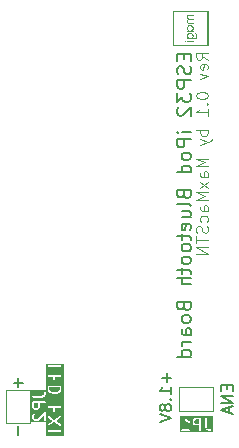
<source format=gbr>
%TF.GenerationSoftware,KiCad,Pcbnew,8.0.2-1*%
%TF.CreationDate,2025-01-02T17:14:25+07:00*%
%TF.ProjectId,ESP32-iPod-BLE,45535033-322d-4695-906f-642d424c452e,rev?*%
%TF.SameCoordinates,Original*%
%TF.FileFunction,Legend,Bot*%
%TF.FilePolarity,Positive*%
%FSLAX46Y46*%
G04 Gerber Fmt 4.6, Leading zero omitted, Abs format (unit mm)*
G04 Created by KiCad (PCBNEW 8.0.2-1) date 2025-01-02 17:14:25*
%MOMM*%
%LPD*%
G01*
G04 APERTURE LIST*
%ADD10C,0.150000*%
%ADD11C,0.000000*%
%ADD12C,0.100000*%
%ADD13C,0.200000*%
%ADD14C,0.120000*%
G04 APERTURE END LIST*
D10*
X106388866Y-106136779D02*
X106388866Y-106898684D01*
X106388866Y-102036779D02*
X106388866Y-102798684D01*
X106769819Y-102417731D02*
X106007914Y-102417731D01*
G36*
X109896086Y-102973417D02*
G01*
X109858348Y-103090013D01*
X109785558Y-103164221D01*
X109710421Y-103202913D01*
X109536991Y-103247531D01*
X109412219Y-103248673D01*
X109239096Y-103206647D01*
X109159286Y-103167922D01*
X109083562Y-103093645D01*
X109044770Y-102980566D01*
X109043888Y-102825959D01*
X109895239Y-102824750D01*
X109896086Y-102973417D01*
G37*
G36*
X110251168Y-106983354D02*
G01*
X108783708Y-106983354D01*
X108783708Y-106227256D01*
X108894819Y-106227256D01*
X108896260Y-106813316D01*
X108907459Y-106840352D01*
X108928151Y-106861044D01*
X108955187Y-106872243D01*
X108984451Y-106872243D01*
X109011487Y-106861044D01*
X109032179Y-106840352D01*
X109043378Y-106813316D01*
X109044819Y-106798684D01*
X109044300Y-106587864D01*
X109984451Y-106586529D01*
X110011487Y-106575330D01*
X110032179Y-106554638D01*
X110043378Y-106527602D01*
X110043378Y-106498338D01*
X110032179Y-106471302D01*
X110011487Y-106450610D01*
X109984451Y-106439411D01*
X109969819Y-106437970D01*
X109043935Y-106439284D01*
X109043378Y-106212624D01*
X109032179Y-106185588D01*
X109011487Y-106164896D01*
X108984451Y-106153697D01*
X108955187Y-106153697D01*
X108928151Y-106164896D01*
X108907459Y-106185588D01*
X108896260Y-106212624D01*
X108894819Y-106227256D01*
X108783708Y-106227256D01*
X108783708Y-105322573D01*
X108894819Y-105322573D01*
X108900558Y-105351267D01*
X108916841Y-105375582D01*
X108928217Y-105384898D01*
X109335894Y-105655985D01*
X108916841Y-105936072D01*
X108900558Y-105960387D01*
X108894819Y-105989081D01*
X108900498Y-106017789D01*
X108916731Y-106042138D01*
X108941046Y-106058421D01*
X108969740Y-106064160D01*
X108998448Y-106058481D01*
X109011421Y-106051564D01*
X109469924Y-105745110D01*
X109941190Y-106058481D01*
X109969898Y-106064160D01*
X109998592Y-106058421D01*
X110022907Y-106042138D01*
X110039140Y-106017789D01*
X110044819Y-105989081D01*
X110039080Y-105960387D01*
X110022797Y-105936072D01*
X110011421Y-105926756D01*
X109603743Y-105655668D01*
X110022797Y-105375582D01*
X110039080Y-105351267D01*
X110044819Y-105322573D01*
X110039140Y-105293865D01*
X110022907Y-105269516D01*
X109998592Y-105253233D01*
X109969898Y-105247494D01*
X109941190Y-105253173D01*
X109928216Y-105260090D01*
X109469713Y-105566543D01*
X108998448Y-105253173D01*
X108969740Y-105247494D01*
X108941046Y-105253233D01*
X108916731Y-105269516D01*
X108900498Y-105293865D01*
X108894819Y-105322573D01*
X108783708Y-105322573D01*
X108783708Y-104512970D01*
X108894819Y-104512970D01*
X108896260Y-105003792D01*
X108907459Y-105030828D01*
X108928151Y-105051520D01*
X108955187Y-105062719D01*
X108984451Y-105062719D01*
X109011487Y-105051520D01*
X109032179Y-105030828D01*
X109043378Y-105003792D01*
X109044819Y-104989160D01*
X109043640Y-104587865D01*
X109371317Y-104587399D01*
X109372450Y-104860935D01*
X109383649Y-104887971D01*
X109404341Y-104908663D01*
X109431377Y-104919862D01*
X109460641Y-104919862D01*
X109487677Y-104908663D01*
X109508369Y-104887971D01*
X109519568Y-104860935D01*
X109521009Y-104846303D01*
X109519935Y-104587188D01*
X109895035Y-104586655D01*
X109896260Y-105003792D01*
X109907459Y-105030828D01*
X109928151Y-105051520D01*
X109955187Y-105062719D01*
X109984451Y-105062719D01*
X110011487Y-105051520D01*
X110032179Y-105030828D01*
X110043378Y-105003792D01*
X110044819Y-104989160D01*
X110043378Y-104498338D01*
X110032179Y-104471302D01*
X110011487Y-104450610D01*
X109984451Y-104439411D01*
X109969819Y-104437970D01*
X108955187Y-104439411D01*
X108928151Y-104450610D01*
X108907459Y-104471302D01*
X108896260Y-104498338D01*
X108894819Y-104512970D01*
X108783708Y-104512970D01*
X108783708Y-103512970D01*
X109990057Y-103512970D01*
X109991498Y-104289506D01*
X110002697Y-104316542D01*
X110023389Y-104337234D01*
X110050425Y-104348433D01*
X110079689Y-104348433D01*
X110106725Y-104337234D01*
X110127417Y-104316542D01*
X110138616Y-104289506D01*
X110140057Y-104274874D01*
X110138616Y-103498338D01*
X110127417Y-103471302D01*
X110106725Y-103450610D01*
X110079689Y-103439411D01*
X110050425Y-103439411D01*
X110023389Y-103450610D01*
X110002697Y-103471302D01*
X109991498Y-103498338D01*
X109990057Y-103512970D01*
X108783708Y-103512970D01*
X108783708Y-102751065D01*
X108894819Y-102751065D01*
X108896169Y-102987834D01*
X108895408Y-102998540D01*
X108896251Y-103002248D01*
X108896260Y-103003792D01*
X108897018Y-103005623D01*
X108898668Y-103012877D01*
X108943879Y-103144667D01*
X108943879Y-103146648D01*
X108947834Y-103156197D01*
X108952281Y-103169159D01*
X108954046Y-103171194D01*
X108955078Y-103173685D01*
X108964405Y-103185050D01*
X109060172Y-103278987D01*
X109066692Y-103286505D01*
X109069885Y-103288515D01*
X109071008Y-103289616D01*
X109072840Y-103290374D01*
X109079135Y-103294337D01*
X109170367Y-103338605D01*
X109175878Y-103342688D01*
X109186893Y-103346623D01*
X109188104Y-103347211D01*
X109188644Y-103347249D01*
X109189724Y-103347635D01*
X109376089Y-103392875D01*
X109383758Y-103396052D01*
X109392872Y-103396949D01*
X109394744Y-103397404D01*
X109395836Y-103397241D01*
X109398390Y-103397493D01*
X109536969Y-103396225D01*
X109544893Y-103397404D01*
X109553917Y-103396069D01*
X109555879Y-103396052D01*
X109556900Y-103395629D01*
X109559437Y-103395254D01*
X109744135Y-103347736D01*
X109751532Y-103347211D01*
X109762514Y-103343008D01*
X109763759Y-103342688D01*
X109764194Y-103342365D01*
X109765264Y-103341956D01*
X109859816Y-103293265D01*
X109868628Y-103289616D01*
X109871532Y-103287232D01*
X109872945Y-103286505D01*
X109874244Y-103285006D01*
X109879994Y-103280288D01*
X109966479Y-103192118D01*
X109968183Y-103191267D01*
X109974813Y-103183622D01*
X109984561Y-103173685D01*
X109985592Y-103171194D01*
X109987357Y-103169160D01*
X109993351Y-103155734D01*
X110039500Y-103013152D01*
X110043378Y-103003792D01*
X110043748Y-103000028D01*
X110044230Y-102998541D01*
X110044089Y-102996566D01*
X110044819Y-102989160D01*
X110043378Y-102736433D01*
X110032179Y-102709397D01*
X110011487Y-102688705D01*
X109984451Y-102677506D01*
X109969819Y-102676065D01*
X108955187Y-102677506D01*
X108928151Y-102688705D01*
X108907459Y-102709397D01*
X108896260Y-102736433D01*
X108894819Y-102751065D01*
X108783708Y-102751065D01*
X108783708Y-101846303D01*
X108894819Y-101846303D01*
X108896260Y-102337125D01*
X108907459Y-102364161D01*
X108928151Y-102384853D01*
X108955187Y-102396052D01*
X108984451Y-102396052D01*
X109011487Y-102384853D01*
X109032179Y-102364161D01*
X109043378Y-102337125D01*
X109044819Y-102322493D01*
X109043640Y-101921198D01*
X109371317Y-101920732D01*
X109372450Y-102194268D01*
X109383649Y-102221304D01*
X109404341Y-102241996D01*
X109431377Y-102253195D01*
X109460641Y-102253195D01*
X109487677Y-102241996D01*
X109508369Y-102221304D01*
X109519568Y-102194268D01*
X109521009Y-102179636D01*
X109519935Y-101920521D01*
X109895035Y-101919988D01*
X109896260Y-102337125D01*
X109907459Y-102364161D01*
X109928151Y-102384853D01*
X109955187Y-102396052D01*
X109984451Y-102396052D01*
X110011487Y-102384853D01*
X110032179Y-102364161D01*
X110043378Y-102337125D01*
X110044819Y-102322493D01*
X110043378Y-101831671D01*
X110032179Y-101804635D01*
X110011487Y-101783943D01*
X109984451Y-101772744D01*
X109969819Y-101771303D01*
X108955187Y-101772744D01*
X108928151Y-101783943D01*
X108907459Y-101804635D01*
X108896260Y-101831671D01*
X108894819Y-101846303D01*
X108783708Y-101846303D01*
X108783708Y-101022147D01*
X108896260Y-101022147D01*
X108896260Y-101051411D01*
X108907459Y-101078447D01*
X108928151Y-101099139D01*
X108955187Y-101110338D01*
X108969819Y-101111779D01*
X109895035Y-101110464D01*
X109896260Y-101527601D01*
X109907459Y-101554637D01*
X109928151Y-101575329D01*
X109955187Y-101586528D01*
X109984451Y-101586528D01*
X110011487Y-101575329D01*
X110032179Y-101554637D01*
X110043378Y-101527601D01*
X110044819Y-101512969D01*
X110043378Y-101022147D01*
X110032179Y-100995111D01*
X110011487Y-100974419D01*
X109984451Y-100963220D01*
X109969819Y-100961779D01*
X108955187Y-100963220D01*
X108928151Y-100974419D01*
X108907459Y-100995111D01*
X108896260Y-101022147D01*
X108783708Y-101022147D01*
X108783708Y-100850668D01*
X110251168Y-100850668D01*
X110251168Y-106983354D01*
G37*
D11*
G36*
X122421957Y-70937039D02*
G01*
X122517207Y-70937039D01*
X122517207Y-73936990D01*
X119517256Y-73936990D01*
X119517256Y-73841741D01*
X119612505Y-73841741D01*
X122421958Y-73841741D01*
X122421958Y-71032288D01*
X119612506Y-71032289D01*
X119612505Y-73841741D01*
X119517256Y-73841741D01*
X119517256Y-70937039D01*
X122421957Y-70937039D01*
G37*
G36*
X120621732Y-73550064D02*
G01*
X120521297Y-73550063D01*
X120521297Y-73479896D01*
X120621733Y-73479896D01*
X120621732Y-73550064D01*
G37*
G36*
X121230697Y-73550064D02*
G01*
X120705553Y-73550064D01*
X120705552Y-73479896D01*
X121230697Y-73479896D01*
X121230697Y-73550064D01*
G37*
G36*
X120636762Y-73565198D02*
G01*
X120506163Y-73565198D01*
X120506164Y-73464762D01*
X120636762Y-73464762D01*
X120636762Y-73565198D01*
G37*
G36*
X121245726Y-73565198D02*
G01*
X120690419Y-73565200D01*
X120690419Y-73464764D01*
X121245725Y-73464762D01*
X121245726Y-73565198D01*
G37*
G36*
X120983958Y-72814099D02*
G01*
X120998199Y-72815051D01*
X121012120Y-72816638D01*
X121025715Y-72818860D01*
X121038991Y-72821716D01*
X121051946Y-72825206D01*
X121064581Y-72829330D01*
X121076895Y-72834088D01*
X121088890Y-72839480D01*
X121100565Y-72845505D01*
X121111920Y-72852164D01*
X121122955Y-72859457D01*
X121133675Y-72867382D01*
X121144073Y-72875940D01*
X121154154Y-72885132D01*
X121163916Y-72894955D01*
X121173567Y-72905470D01*
X121182595Y-72916177D01*
X121191001Y-72927081D01*
X121198782Y-72938177D01*
X121205942Y-72949467D01*
X121212479Y-72960951D01*
X121218394Y-72972630D01*
X121223686Y-72984504D01*
X121228355Y-72996572D01*
X121232403Y-73008835D01*
X121235827Y-73021293D01*
X121238629Y-73033946D01*
X121240809Y-73046795D01*
X121242363Y-73059839D01*
X121243298Y-73073078D01*
X121243609Y-73086513D01*
X121243495Y-73094609D01*
X121243153Y-73102622D01*
X121242582Y-73110555D01*
X121241784Y-73118406D01*
X121240757Y-73126177D01*
X121239502Y-73133867D01*
X121238018Y-73141479D01*
X121236306Y-73149008D01*
X121234367Y-73156460D01*
X121232199Y-73163832D01*
X121229804Y-73171126D01*
X121227179Y-73178342D01*
X121224326Y-73185478D01*
X121221245Y-73192537D01*
X121217937Y-73199519D01*
X121214400Y-73206423D01*
X121210374Y-73213786D01*
X121206154Y-73220874D01*
X121201741Y-73227687D01*
X121197135Y-73234226D01*
X121192332Y-73240491D01*
X121187338Y-73246478D01*
X121182147Y-73252192D01*
X121176762Y-73257633D01*
X121171183Y-73262799D01*
X121165409Y-73267692D01*
X121159439Y-73272310D01*
X121153276Y-73276656D01*
X121146917Y-73280726D01*
X121140361Y-73284525D01*
X121133609Y-73288049D01*
X121126665Y-73291301D01*
X121278852Y-73291300D01*
X121288662Y-73291210D01*
X121298169Y-73290933D01*
X121307375Y-73290476D01*
X121316277Y-73289835D01*
X121324876Y-73289010D01*
X121333174Y-73288005D01*
X121341169Y-73286813D01*
X121348861Y-73285441D01*
X121356251Y-73283886D01*
X121363337Y-73282149D01*
X121370120Y-73280231D01*
X121376602Y-73278130D01*
X121382780Y-73275848D01*
X121388657Y-73273384D01*
X121394231Y-73270738D01*
X121399502Y-73267911D01*
X121410575Y-73261187D01*
X121420933Y-73253980D01*
X121430577Y-73246277D01*
X121439507Y-73238069D01*
X121447721Y-73229338D01*
X121455225Y-73220077D01*
X121462010Y-73210268D01*
X121468082Y-73199901D01*
X121473440Y-73188962D01*
X121478083Y-73177439D01*
X121482012Y-73165317D01*
X121485229Y-73152585D01*
X121487727Y-73139230D01*
X121489514Y-73125240D01*
X121490586Y-73110600D01*
X121490942Y-73095298D01*
X121490456Y-73079883D01*
X121489848Y-73072339D01*
X121488997Y-73064906D01*
X121487904Y-73057585D01*
X121486567Y-73050374D01*
X121484987Y-73043274D01*
X121483164Y-73036281D01*
X121481099Y-73029400D01*
X121478791Y-73022629D01*
X121476239Y-73015969D01*
X121473445Y-73009418D01*
X121470409Y-73002978D01*
X121467128Y-72996648D01*
X121463606Y-72990428D01*
X121459840Y-72984318D01*
X121455832Y-72978319D01*
X121451581Y-72972429D01*
X121447088Y-72966649D01*
X121442351Y-72960980D01*
X121437371Y-72955420D01*
X121432150Y-72949970D01*
X121420978Y-72939400D01*
X121408836Y-72929271D01*
X121395724Y-72919580D01*
X121381642Y-72910329D01*
X121366588Y-72901518D01*
X121366588Y-72832725D01*
X121377066Y-72835574D01*
X121387306Y-72838842D01*
X121397304Y-72842529D01*
X121407067Y-72846633D01*
X121416591Y-72851158D01*
X121425874Y-72856101D01*
X121434920Y-72861462D01*
X121443727Y-72867241D01*
X121452294Y-72873437D01*
X121460623Y-72880052D01*
X121468709Y-72887084D01*
X121476557Y-72894534D01*
X121484165Y-72902401D01*
X121491533Y-72910685D01*
X121498660Y-72919388D01*
X121505547Y-72928504D01*
X121511929Y-72937619D01*
X121517900Y-72946867D01*
X121523458Y-72956243D01*
X121528606Y-72965751D01*
X121533341Y-72975392D01*
X121537664Y-72985164D01*
X121541576Y-72995067D01*
X121545076Y-73005102D01*
X121548164Y-73015268D01*
X121550840Y-73025565D01*
X121553106Y-73035995D01*
X121554958Y-73046554D01*
X121556399Y-73057247D01*
X121557428Y-73068071D01*
X121558046Y-73079026D01*
X121558253Y-73090112D01*
X121558167Y-73097500D01*
X121557911Y-73104861D01*
X121557483Y-73112194D01*
X121556885Y-73119499D01*
X121556115Y-73126777D01*
X121555171Y-73134026D01*
X121554059Y-73141247D01*
X121552776Y-73148440D01*
X121551320Y-73155604D01*
X121549694Y-73162739D01*
X121547897Y-73169846D01*
X121545929Y-73176923D01*
X121543790Y-73183974D01*
X121541479Y-73190992D01*
X121538997Y-73197981D01*
X121536344Y-73204942D01*
X121530260Y-73219388D01*
X121523715Y-73233120D01*
X121516706Y-73246138D01*
X121509236Y-73258443D01*
X121501305Y-73270032D01*
X121492911Y-73280908D01*
X121484055Y-73291072D01*
X121474736Y-73300521D01*
X121464955Y-73309259D01*
X121454713Y-73317283D01*
X121444004Y-73324595D01*
X121432834Y-73331193D01*
X121421201Y-73337077D01*
X121409105Y-73342252D01*
X121396545Y-73346713D01*
X121383523Y-73350462D01*
X121375013Y-73352358D01*
X121365206Y-73353996D01*
X121354092Y-73355378D01*
X121341677Y-73356507D01*
X121327957Y-73357383D01*
X121312932Y-73358008D01*
X121296599Y-73358381D01*
X121278957Y-73358506D01*
X121278747Y-73358611D01*
X120705341Y-73358611D01*
X120705341Y-73291303D01*
X120806306Y-73291303D01*
X120792754Y-73283377D01*
X120780077Y-73274767D01*
X120768276Y-73265469D01*
X120757350Y-73255485D01*
X120747299Y-73244814D01*
X120738124Y-73233457D01*
X120729821Y-73221414D01*
X120722393Y-73208685D01*
X120715841Y-73195270D01*
X120710161Y-73181170D01*
X120705357Y-73166383D01*
X120701428Y-73150912D01*
X120698370Y-73134755D01*
X120696186Y-73117913D01*
X120694877Y-73100387D01*
X120694441Y-73082175D01*
X120694485Y-73080588D01*
X120762491Y-73080588D01*
X120762717Y-73091547D01*
X120763399Y-73102282D01*
X120764534Y-73112792D01*
X120766124Y-73123076D01*
X120768165Y-73133136D01*
X120770661Y-73142972D01*
X120773612Y-73152585D01*
X120777017Y-73161972D01*
X120780874Y-73171139D01*
X120785186Y-73180081D01*
X120789952Y-73188801D01*
X120795174Y-73197298D01*
X120800848Y-73205574D01*
X120806976Y-73213628D01*
X120813558Y-73221462D01*
X120820593Y-73229074D01*
X120828016Y-73236338D01*
X120835707Y-73243136D01*
X120843666Y-73249465D01*
X120851879Y-73255325D01*
X120860336Y-73260716D01*
X120869033Y-73265639D01*
X120877961Y-73270092D01*
X120887110Y-73274076D01*
X120896472Y-73277595D01*
X120906039Y-73280641D01*
X120915802Y-73283219D01*
X120925755Y-73285330D01*
X120935887Y-73286969D01*
X120946190Y-73288141D01*
X120956657Y-73288845D01*
X120967278Y-73289079D01*
X120977889Y-73288841D01*
X120988328Y-73288128D01*
X120998596Y-73286938D01*
X121008692Y-73285272D01*
X121018618Y-73283132D01*
X121028371Y-73280518D01*
X121037957Y-73277429D01*
X121047367Y-73273866D01*
X121056609Y-73269831D01*
X121065679Y-73265317D01*
X121074577Y-73260335D01*
X121083305Y-73254878D01*
X121091860Y-73248949D01*
X121100246Y-73242548D01*
X121108462Y-73235675D01*
X121116503Y-73228333D01*
X121123595Y-73221263D01*
X121130232Y-73213985D01*
X121136406Y-73206491D01*
X121142123Y-73198773D01*
X121147382Y-73190828D01*
X121152183Y-73182646D01*
X121156525Y-73174219D01*
X121160411Y-73165545D01*
X121163838Y-73156616D01*
X121166808Y-73147424D01*
X121169320Y-73137964D01*
X121171376Y-73128229D01*
X121172977Y-73118212D01*
X121174115Y-73107908D01*
X121174801Y-73097308D01*
X121175029Y-73086408D01*
X121174784Y-73075477D01*
X121174047Y-73064789D01*
X121172819Y-73054345D01*
X121171100Y-73044144D01*
X121168889Y-73034188D01*
X121166189Y-73024477D01*
X121162998Y-73015011D01*
X121159314Y-73005790D01*
X121155138Y-72996813D01*
X121150473Y-72988084D01*
X121145316Y-72979601D01*
X121139669Y-72971364D01*
X121133527Y-72963374D01*
X121126898Y-72955630D01*
X121119777Y-72948134D01*
X121112164Y-72940887D01*
X121104454Y-72934063D01*
X121096522Y-72927681D01*
X121088370Y-72921740D01*
X121079997Y-72916240D01*
X121071401Y-72911181D01*
X121062584Y-72906561D01*
X121053545Y-72902384D01*
X121044284Y-72898647D01*
X121034803Y-72895350D01*
X121025099Y-72892491D01*
X121015173Y-72890075D01*
X121005023Y-72888098D01*
X120994652Y-72886560D01*
X120984057Y-72885461D01*
X120973239Y-72884805D01*
X120962198Y-72884584D01*
X120962092Y-72884584D01*
X120951945Y-72884807D01*
X120941975Y-72885477D01*
X120932189Y-72886593D01*
X120922582Y-72888153D01*
X120913156Y-72890162D01*
X120903910Y-72892617D01*
X120894844Y-72895514D01*
X120885959Y-72898858D01*
X120877254Y-72902648D01*
X120868727Y-72906883D01*
X120860380Y-72911564D01*
X120852213Y-72916687D01*
X120844225Y-72922255D01*
X120836416Y-72928270D01*
X120828786Y-72934726D01*
X120821334Y-72941628D01*
X120814222Y-72948850D01*
X120807563Y-72956268D01*
X120801363Y-72963881D01*
X120795619Y-72971690D01*
X120790336Y-72979694D01*
X120785510Y-72987893D01*
X120781139Y-72996288D01*
X120777228Y-73004878D01*
X120773777Y-73013661D01*
X120770784Y-73022639D01*
X120768253Y-73031812D01*
X120766179Y-73041179D01*
X120764565Y-73050741D01*
X120763413Y-73060497D01*
X120762722Y-73070444D01*
X120762491Y-73080588D01*
X120694485Y-73080588D01*
X120694878Y-73066326D01*
X120696188Y-73050767D01*
X120698370Y-73035500D01*
X120701427Y-73020522D01*
X120705358Y-73005835D01*
X120710162Y-72991440D01*
X120715841Y-72977337D01*
X120722393Y-72963521D01*
X120729821Y-72950000D01*
X120738123Y-72936771D01*
X120747299Y-72923832D01*
X120757350Y-72911186D01*
X120768276Y-72898831D01*
X120780077Y-72886770D01*
X120792754Y-72875000D01*
X120806306Y-72863523D01*
X120814143Y-72857505D01*
X120822294Y-72851875D01*
X120830761Y-72846632D01*
X120839544Y-72841776D01*
X120848638Y-72837308D01*
X120858049Y-72833227D01*
X120867772Y-72829535D01*
X120877810Y-72826230D01*
X120888161Y-72823315D01*
X120898826Y-72820784D01*
X120909806Y-72818646D01*
X120921097Y-72816894D01*
X120932702Y-72815534D01*
X120944620Y-72814560D01*
X120956851Y-72813975D01*
X120962198Y-72813893D01*
X120969395Y-72813781D01*
X120983958Y-72814099D01*
G37*
G36*
X120985014Y-72798986D02*
G01*
X121000000Y-72800000D01*
X121014668Y-72801688D01*
X121029016Y-72804051D01*
X121043039Y-72807085D01*
X121056736Y-72810792D01*
X121070103Y-72815167D01*
X121083139Y-72820210D01*
X121095839Y-72825922D01*
X121108203Y-72832299D01*
X121120226Y-72839341D01*
X121131905Y-72847046D01*
X121143240Y-72855414D01*
X121154223Y-72864443D01*
X121164856Y-72874131D01*
X121175135Y-72884478D01*
X121185250Y-72895506D01*
X121194724Y-72906758D01*
X121203552Y-72918235D01*
X121211733Y-72929932D01*
X121219268Y-72941845D01*
X121226153Y-72953974D01*
X121232389Y-72966317D01*
X121237974Y-72978870D01*
X121242907Y-72991627D01*
X121247184Y-73004591D01*
X121250807Y-73017754D01*
X121253777Y-73031118D01*
X121256086Y-73044679D01*
X121257740Y-73058434D01*
X121258729Y-73072378D01*
X121259060Y-73086513D01*
X121258938Y-73095051D01*
X121258571Y-73103518D01*
X121257959Y-73111911D01*
X121257103Y-73120229D01*
X121256004Y-73128471D01*
X121254663Y-73136632D01*
X121253080Y-73144714D01*
X121251256Y-73152713D01*
X121249191Y-73160628D01*
X121246886Y-73168455D01*
X121244342Y-73176198D01*
X121241559Y-73183848D01*
X121238538Y-73191406D01*
X121235279Y-73198872D01*
X121231783Y-73206242D01*
X121228052Y-73213513D01*
X121225552Y-73218166D01*
X121222977Y-73222722D01*
X121220326Y-73227177D01*
X121217597Y-73231534D01*
X121214796Y-73235792D01*
X121211915Y-73239951D01*
X121208961Y-73244013D01*
X121205932Y-73247976D01*
X121202831Y-73251841D01*
X121199652Y-73255608D01*
X121196401Y-73259278D01*
X121193076Y-73262850D01*
X121189679Y-73266325D01*
X121186209Y-73269705D01*
X121182666Y-73272984D01*
X121179051Y-73276167D01*
X121279063Y-73276168D01*
X121288345Y-73276083D01*
X121297338Y-73275830D01*
X121306041Y-73275410D01*
X121314453Y-73274821D01*
X121322573Y-73274065D01*
X121330400Y-73273142D01*
X121337932Y-73272052D01*
X121345169Y-73270796D01*
X121352110Y-73269374D01*
X121358753Y-73267786D01*
X121365099Y-73266031D01*
X121371143Y-73264111D01*
X121376887Y-73262028D01*
X121382330Y-73259779D01*
X121387469Y-73257366D01*
X121392305Y-73254789D01*
X121402523Y-73248571D01*
X121412067Y-73241932D01*
X121420938Y-73234855D01*
X121429138Y-73227324D01*
X121436670Y-73219320D01*
X121443535Y-73210827D01*
X121449736Y-73201828D01*
X121455276Y-73192308D01*
X121460154Y-73182247D01*
X121464377Y-73171630D01*
X121467943Y-73160440D01*
X121470856Y-73148659D01*
X121473118Y-73136271D01*
X121474731Y-73123261D01*
X121475697Y-73109608D01*
X121476019Y-73095297D01*
X121475574Y-73080876D01*
X121475013Y-73073830D01*
X121474229Y-73066897D01*
X121473219Y-73060069D01*
X121471986Y-73053351D01*
X121470526Y-73046740D01*
X121468841Y-73040239D01*
X121466929Y-73033842D01*
X121464789Y-73027552D01*
X121462424Y-73021368D01*
X121459828Y-73015288D01*
X121457006Y-73009312D01*
X121453955Y-73003439D01*
X121450675Y-72997671D01*
X121447166Y-72992005D01*
X121443427Y-72986441D01*
X121439457Y-72980976D01*
X121435259Y-72975612D01*
X121430828Y-72970350D01*
X121426166Y-72965184D01*
X121421273Y-72960118D01*
X121410788Y-72950280D01*
X121399371Y-72940829D01*
X121387019Y-72931759D01*
X121373729Y-72923067D01*
X121359497Y-72914746D01*
X121351665Y-72910407D01*
X121351665Y-72813358D01*
X121370396Y-72818014D01*
X121381507Y-72821038D01*
X121392372Y-72824512D01*
X121402991Y-72828435D01*
X121413364Y-72832803D01*
X121423484Y-72837619D01*
X121433357Y-72842878D01*
X121442974Y-72848581D01*
X121452339Y-72854726D01*
X121461448Y-72861310D01*
X121470300Y-72868334D01*
X121478894Y-72875795D01*
X121487227Y-72883693D01*
X121495298Y-72892024D01*
X121503107Y-72900790D01*
X121510652Y-72909987D01*
X121517929Y-72919614D01*
X121524624Y-72929198D01*
X121530891Y-72938936D01*
X121536732Y-72948823D01*
X121542148Y-72958861D01*
X121547135Y-72969045D01*
X121551697Y-72979375D01*
X121555825Y-72989846D01*
X121559523Y-73000458D01*
X121562789Y-73011208D01*
X121565622Y-73022094D01*
X121568023Y-73033110D01*
X121569989Y-73044259D01*
X121571520Y-73055535D01*
X121572615Y-73066938D01*
X121573271Y-73078464D01*
X121573492Y-73090112D01*
X121573597Y-73090324D01*
X121573509Y-73098034D01*
X121573236Y-73105726D01*
X121572784Y-73113397D01*
X121572152Y-73121047D01*
X121571340Y-73128674D01*
X121570349Y-73136276D01*
X121569179Y-73143852D01*
X121567828Y-73151403D01*
X121566302Y-73158924D01*
X121564595Y-73166415D01*
X121562711Y-73173875D01*
X121560649Y-73181304D01*
X121558410Y-73188696D01*
X121555994Y-73196055D01*
X121553401Y-73203374D01*
X121550632Y-73210657D01*
X121544203Y-73225925D01*
X121537260Y-73240454D01*
X121529806Y-73254244D01*
X121521843Y-73267291D01*
X121513374Y-73279594D01*
X121504400Y-73291150D01*
X121494923Y-73301959D01*
X121484948Y-73312018D01*
X121474476Y-73321326D01*
X121463508Y-73329879D01*
X121452048Y-73337680D01*
X121440096Y-73344721D01*
X121427658Y-73351004D01*
X121414735Y-73356525D01*
X121401326Y-73361285D01*
X121387437Y-73365279D01*
X121378409Y-73367284D01*
X121368139Y-73369014D01*
X121356603Y-73370469D01*
X121343780Y-73371656D01*
X121329648Y-73372575D01*
X121314183Y-73373226D01*
X121297365Y-73373616D01*
X121279170Y-73373746D01*
X120690630Y-73373746D01*
X120690630Y-73276274D01*
X120757942Y-73276273D01*
X120748480Y-73267660D01*
X120739625Y-73258570D01*
X120731377Y-73249004D01*
X120723736Y-73238965D01*
X120716703Y-73228453D01*
X120710278Y-73217474D01*
X120704461Y-73206023D01*
X120699255Y-73194109D01*
X120694659Y-73181725D01*
X120690674Y-73168880D01*
X120687300Y-73155573D01*
X120684538Y-73141806D01*
X120682389Y-73127583D01*
X120680854Y-73112901D01*
X120679931Y-73097764D01*
X120679622Y-73082175D01*
X120679666Y-73080587D01*
X120777731Y-73080587D01*
X120777837Y-73080587D01*
X120778044Y-73090846D01*
X120778663Y-73100867D01*
X120779698Y-73110657D01*
X120781149Y-73120217D01*
X120783019Y-73129553D01*
X120785312Y-73138665D01*
X120788022Y-73147563D01*
X120791159Y-73156244D01*
X120794720Y-73164717D01*
X120798711Y-73172986D01*
X120803126Y-73181053D01*
X120807974Y-73188918D01*
X120813255Y-73196593D01*
X120818971Y-73204076D01*
X120825119Y-73211373D01*
X120831706Y-73218490D01*
X120838591Y-73225249D01*
X120845710Y-73231562D01*
X120853058Y-73237429D01*
X120860633Y-73242853D01*
X120868426Y-73247835D01*
X120876435Y-73252372D01*
X120884659Y-73256472D01*
X120893089Y-73260133D01*
X120901723Y-73263358D01*
X120910556Y-73266148D01*
X120919583Y-73268504D01*
X120928801Y-73270429D01*
X120938205Y-73271924D01*
X120947791Y-73272987D01*
X120957554Y-73273626D01*
X120967490Y-73273839D01*
X120977418Y-73273623D01*
X120987159Y-73272973D01*
X120996722Y-73271887D01*
X121006106Y-73270367D01*
X121015316Y-73268405D01*
X121024357Y-73266003D01*
X121033231Y-73263158D01*
X121041944Y-73259870D01*
X121050499Y-73256133D01*
X121058895Y-73251948D01*
X121067141Y-73247314D01*
X121075242Y-73242229D01*
X121083197Y-73236686D01*
X121091012Y-73230690D01*
X121098691Y-73224237D01*
X121106238Y-73217324D01*
X121112806Y-73210791D01*
X121118941Y-73204080D01*
X121124642Y-73197186D01*
X121129908Y-73190096D01*
X121134746Y-73182803D01*
X121139155Y-73175296D01*
X121143136Y-73167567D01*
X121146692Y-73159605D01*
X121149824Y-73151400D01*
X121152533Y-73142947D01*
X121154822Y-73134230D01*
X121156690Y-73125246D01*
X121158140Y-73115978D01*
X121159177Y-73106423D01*
X121159795Y-73096569D01*
X121160002Y-73086408D01*
X121159778Y-73076219D01*
X121159110Y-73066286D01*
X121157994Y-73056606D01*
X121156429Y-73047175D01*
X121154412Y-73037989D01*
X121151941Y-73029043D01*
X121149016Y-73020336D01*
X121145635Y-73011862D01*
X121141794Y-73003616D01*
X121137491Y-72995597D01*
X121132726Y-72987800D01*
X121127497Y-72980219D01*
X121121801Y-72972853D01*
X121115638Y-72965697D01*
X121109004Y-72958747D01*
X121101899Y-72952000D01*
X121094703Y-72945621D01*
X121087323Y-72939664D01*
X121079753Y-72934127D01*
X121071990Y-72929006D01*
X121064032Y-72924304D01*
X121055870Y-72920016D01*
X121047503Y-72916143D01*
X121038928Y-72912681D01*
X121030140Y-72909634D01*
X121021132Y-72906996D01*
X121011905Y-72904768D01*
X121002451Y-72902946D01*
X120992769Y-72901532D01*
X120982852Y-72900522D01*
X120972701Y-72899919D01*
X120962304Y-72899717D01*
X120952838Y-72899920D01*
X120943562Y-72900528D01*
X120934477Y-72901545D01*
X120925577Y-72902969D01*
X120916859Y-72904804D01*
X120908321Y-72907052D01*
X120899957Y-72909712D01*
X120891766Y-72912788D01*
X120883743Y-72916281D01*
X120875887Y-72920192D01*
X120868191Y-72924523D01*
X120860655Y-72929274D01*
X120853273Y-72934450D01*
X120846044Y-72940050D01*
X120838963Y-72946076D01*
X120832023Y-72952529D01*
X120825396Y-72959234D01*
X120819206Y-72966097D01*
X120813454Y-72973120D01*
X120808137Y-72980307D01*
X120803252Y-72987662D01*
X120798799Y-72995187D01*
X120794778Y-73002886D01*
X120791185Y-73010764D01*
X120788020Y-73018822D01*
X120785282Y-73027065D01*
X120782969Y-73035496D01*
X120781080Y-73044117D01*
X120779611Y-73052934D01*
X120778565Y-73061949D01*
X120777940Y-73071165D01*
X120777731Y-73080587D01*
X120679666Y-73080587D01*
X120680086Y-73065511D01*
X120681472Y-73049130D01*
X120683781Y-73033040D01*
X120687010Y-73017242D01*
X120691160Y-73001742D01*
X120696227Y-72986542D01*
X120702211Y-72971644D01*
X120709111Y-72957053D01*
X120716927Y-72942773D01*
X120725652Y-72928806D01*
X120735289Y-72915155D01*
X120745836Y-72901825D01*
X120757292Y-72888818D01*
X120769656Y-72876140D01*
X120782924Y-72863790D01*
X120797097Y-72851776D01*
X120805443Y-72845371D01*
X120814122Y-72839374D01*
X120823134Y-72833785D01*
X120832478Y-72828605D01*
X120842151Y-72823836D01*
X120852152Y-72819477D01*
X120862476Y-72815531D01*
X120873126Y-72811996D01*
X120884096Y-72808873D01*
X120895385Y-72806165D01*
X120906992Y-72803871D01*
X120918914Y-72801995D01*
X120931149Y-72800530D01*
X120943694Y-72799485D01*
X120956550Y-72798859D01*
X120962304Y-72798765D01*
X120969713Y-72798646D01*
X120985014Y-72798986D01*
G37*
G36*
X120969501Y-72158421D02*
G01*
X120970271Y-72158430D01*
X120976867Y-72158653D01*
X120983467Y-72159025D01*
X120990072Y-72159546D01*
X120996683Y-72160216D01*
X121003298Y-72161034D01*
X121009918Y-72162002D01*
X121016544Y-72163118D01*
X121023175Y-72164383D01*
X121029809Y-72165799D01*
X121036450Y-72167360D01*
X121043097Y-72169071D01*
X121056399Y-72172941D01*
X121069724Y-72177406D01*
X121074932Y-72179335D01*
X121079954Y-72181275D01*
X121084795Y-72183224D01*
X121089452Y-72185186D01*
X121093925Y-72187157D01*
X121098216Y-72189139D01*
X121102325Y-72191131D01*
X121106251Y-72193135D01*
X121109995Y-72195151D01*
X121113556Y-72197176D01*
X121116936Y-72199214D01*
X121120133Y-72201263D01*
X121123149Y-72203324D01*
X121125984Y-72205397D01*
X121128637Y-72207481D01*
X121131108Y-72209579D01*
X121144739Y-72222226D01*
X121157491Y-72235123D01*
X121169364Y-72248271D01*
X121180359Y-72261669D01*
X121190475Y-72275321D01*
X121199713Y-72289222D01*
X121208071Y-72303375D01*
X121215550Y-72317780D01*
X121222151Y-72332437D01*
X121227871Y-72347344D01*
X121232710Y-72362506D01*
X121236672Y-72377919D01*
X121239753Y-72393583D01*
X121241954Y-72409501D01*
X121243275Y-72425671D01*
X121243714Y-72442095D01*
X121243276Y-72459596D01*
X121242727Y-72468106D01*
X121241959Y-72476459D01*
X121240970Y-72484651D01*
X121239762Y-72492683D01*
X121238334Y-72500557D01*
X121236687Y-72508270D01*
X121234820Y-72515823D01*
X121232732Y-72523218D01*
X121230426Y-72530454D01*
X121227897Y-72537526D01*
X121225152Y-72544442D01*
X121222184Y-72551197D01*
X121218999Y-72557791D01*
X121215590Y-72564225D01*
X121211963Y-72570500D01*
X121208115Y-72576616D01*
X121204046Y-72582571D01*
X121199759Y-72588366D01*
X121195251Y-72594000D01*
X121190522Y-72599475D01*
X121185573Y-72604789D01*
X121180404Y-72609944D01*
X121175014Y-72614937D01*
X121169403Y-72619770D01*
X121163572Y-72624444D01*
X121157521Y-72628955D01*
X121151249Y-72633306D01*
X121144756Y-72637500D01*
X121138043Y-72641530D01*
X121131109Y-72645401D01*
X121230592Y-72645401D01*
X121230592Y-72712712D01*
X120705447Y-72712710D01*
X120705447Y-72645400D01*
X120804930Y-72645400D01*
X120791569Y-72637658D01*
X120779069Y-72629232D01*
X120767430Y-72620126D01*
X120756652Y-72610340D01*
X120746734Y-72599872D01*
X120737680Y-72588723D01*
X120729487Y-72576894D01*
X120722155Y-72564385D01*
X120715686Y-72551195D01*
X120710078Y-72537328D01*
X120705334Y-72522782D01*
X120701449Y-72507556D01*
X120698430Y-72491652D01*
X120696272Y-72475070D01*
X120694977Y-72457810D01*
X120694549Y-72439977D01*
X120762596Y-72439977D01*
X120762834Y-72450915D01*
X120763549Y-72461618D01*
X120764738Y-72472090D01*
X120766403Y-72482325D01*
X120768543Y-72492328D01*
X120771158Y-72502099D01*
X120774246Y-72511636D01*
X120777810Y-72520942D01*
X120781847Y-72530012D01*
X120786358Y-72538850D01*
X120791341Y-72547454D01*
X120796799Y-72555826D01*
X120802728Y-72563964D01*
X120809127Y-72571869D01*
X120816000Y-72579542D01*
X120823345Y-72586981D01*
X120831053Y-72594074D01*
X120838977Y-72600710D01*
X120847117Y-72606883D01*
X120855471Y-72612601D01*
X120864043Y-72617860D01*
X120872831Y-72622660D01*
X120881833Y-72627003D01*
X120891052Y-72630890D01*
X120900486Y-72634316D01*
X120910136Y-72637286D01*
X120920002Y-72639798D01*
X120930085Y-72641855D01*
X120940384Y-72643452D01*
X120950898Y-72644594D01*
X120961626Y-72645278D01*
X120972570Y-72645507D01*
X120982725Y-72645269D01*
X120992711Y-72644554D01*
X121002531Y-72643365D01*
X121012178Y-72641700D01*
X121021657Y-72639560D01*
X121030970Y-72636947D01*
X121040113Y-72633857D01*
X121049088Y-72630293D01*
X121057893Y-72626256D01*
X121066529Y-72621746D01*
X121074997Y-72616762D01*
X121083297Y-72611306D01*
X121091429Y-72605379D01*
X121099390Y-72598976D01*
X121107186Y-72592103D01*
X121114810Y-72584758D01*
X121122115Y-72577126D01*
X121128949Y-72569382D01*
X121135311Y-72561515D01*
X121141202Y-72553509D01*
X121146622Y-72545354D01*
X121151571Y-72537038D01*
X121156048Y-72528546D01*
X121160054Y-72519870D01*
X121163588Y-72510993D01*
X121166653Y-72501901D01*
X121169244Y-72492586D01*
X121171365Y-72483034D01*
X121173014Y-72473232D01*
X121174192Y-72463167D01*
X121174901Y-72452828D01*
X121175135Y-72442201D01*
X121174901Y-72431513D01*
X121174197Y-72421003D01*
X121173025Y-72410670D01*
X121171386Y-72400514D01*
X121169275Y-72390536D01*
X121166696Y-72380736D01*
X121163649Y-72371116D01*
X121160133Y-72361676D01*
X121156148Y-72352413D01*
X121151695Y-72343333D01*
X121146772Y-72334431D01*
X121141381Y-72325713D01*
X121135521Y-72317175D01*
X121129192Y-72308820D01*
X121122394Y-72300647D01*
X121115129Y-72292658D01*
X121107527Y-72284987D01*
X121099728Y-72277815D01*
X121091731Y-72271137D01*
X121083535Y-72264955D01*
X121075140Y-72259268D01*
X121066544Y-72254076D01*
X121057751Y-72249380D01*
X121048757Y-72245179D01*
X121039564Y-72241472D01*
X121030171Y-72238260D01*
X121020576Y-72235543D01*
X121010784Y-72233319D01*
X121000790Y-72231592D01*
X120990596Y-72230357D01*
X120980202Y-72229617D01*
X120969607Y-72229370D01*
X120969501Y-72229370D01*
X120958825Y-72229612D01*
X120948353Y-72230338D01*
X120938080Y-72231548D01*
X120928009Y-72233245D01*
X120918140Y-72235422D01*
X120908472Y-72238087D01*
X120899006Y-72241238D01*
X120889742Y-72244874D01*
X120880680Y-72248996D01*
X120871822Y-72253606D01*
X120863164Y-72258702D01*
X120854710Y-72264285D01*
X120846458Y-72270355D01*
X120838410Y-72276913D01*
X120830564Y-72283960D01*
X120822922Y-72291494D01*
X120815617Y-72299351D01*
X120808783Y-72307367D01*
X120802420Y-72315551D01*
X120796531Y-72323907D01*
X120791110Y-72332443D01*
X120786161Y-72341164D01*
X120781685Y-72350076D01*
X120777677Y-72359188D01*
X120774143Y-72368503D01*
X120771080Y-72378030D01*
X120768487Y-72387775D01*
X120766367Y-72397742D01*
X120764719Y-72407940D01*
X120763538Y-72418375D01*
X120762832Y-72429052D01*
X120762596Y-72439977D01*
X120694549Y-72439977D01*
X120694546Y-72439872D01*
X120694976Y-72424943D01*
X120696267Y-72410122D01*
X120698421Y-72395407D01*
X120701435Y-72380798D01*
X120705311Y-72366298D01*
X120710050Y-72351906D01*
X120715651Y-72337620D01*
X120722116Y-72323442D01*
X120729443Y-72309372D01*
X120737635Y-72295411D01*
X120746688Y-72281557D01*
X120756607Y-72267811D01*
X120767391Y-72254175D01*
X120779039Y-72240647D01*
X120791552Y-72227228D01*
X120804930Y-72213918D01*
X120807493Y-72211548D01*
X120810219Y-72209200D01*
X120813109Y-72206874D01*
X120816163Y-72204573D01*
X120819383Y-72202294D01*
X120822765Y-72200038D01*
X120826315Y-72197805D01*
X120830025Y-72195596D01*
X120833903Y-72193409D01*
X120837946Y-72191248D01*
X120846528Y-72186995D01*
X120855771Y-72182841D01*
X120865678Y-72178781D01*
X120872145Y-72176302D01*
X120878567Y-72173984D01*
X120884943Y-72171827D01*
X120891275Y-72169830D01*
X120897562Y-72167994D01*
X120903804Y-72166319D01*
X120909998Y-72164804D01*
X120916148Y-72163449D01*
X120922251Y-72162255D01*
X120928309Y-72161219D01*
X120934321Y-72160343D01*
X120940286Y-72159627D01*
X120946205Y-72159073D01*
X120952077Y-72158673D01*
X120957902Y-72158435D01*
X120963680Y-72158356D01*
X120969501Y-72158421D01*
G37*
G36*
X120969607Y-72143288D02*
G01*
X120970573Y-72143300D01*
X120977480Y-72143535D01*
X120984399Y-72143924D01*
X120991329Y-72144470D01*
X120998269Y-72145172D01*
X121005218Y-72146029D01*
X121012174Y-72147041D01*
X121019137Y-72148209D01*
X121026104Y-72149532D01*
X121033074Y-72151009D01*
X121040049Y-72152641D01*
X121047024Y-72154428D01*
X121060972Y-72158467D01*
X121074910Y-72163118D01*
X121080504Y-72165188D01*
X121085897Y-72167271D01*
X121091090Y-72169369D01*
X121096084Y-72171482D01*
X121100883Y-72173608D01*
X121105488Y-72175752D01*
X121109900Y-72177913D01*
X121114122Y-72180091D01*
X121118156Y-72182288D01*
X121122003Y-72184504D01*
X121125664Y-72186742D01*
X121129144Y-72188998D01*
X121132442Y-72191281D01*
X121135561Y-72193581D01*
X121138503Y-72195906D01*
X121141269Y-72198255D01*
X121155464Y-72211419D01*
X121168749Y-72224876D01*
X121181133Y-72238621D01*
X121192608Y-72252652D01*
X121203174Y-72266964D01*
X121212829Y-72281556D01*
X121221571Y-72296423D01*
X121229401Y-72311563D01*
X121236315Y-72326971D01*
X121242313Y-72342646D01*
X121247391Y-72358583D01*
X121251550Y-72374779D01*
X121254788Y-72391233D01*
X121257102Y-72407938D01*
X121258492Y-72424893D01*
X121258955Y-72442095D01*
X121259063Y-72442095D01*
X121258751Y-72457083D01*
X121257823Y-72471650D01*
X121256276Y-72485791D01*
X121254112Y-72499506D01*
X121251335Y-72512794D01*
X121247944Y-72525651D01*
X121243939Y-72538078D01*
X121239323Y-72550071D01*
X121234097Y-72561631D01*
X121228262Y-72572758D01*
X121221820Y-72583443D01*
X121214770Y-72593691D01*
X121207116Y-72603499D01*
X121198857Y-72612865D01*
X121189997Y-72621789D01*
X121180532Y-72630267D01*
X121245832Y-72630267D01*
X121245833Y-72727739D01*
X120690524Y-72727738D01*
X120690524Y-72630267D01*
X120756141Y-72630267D01*
X120746891Y-72621846D01*
X120738233Y-72612974D01*
X120730167Y-72603648D01*
X120722693Y-72593865D01*
X120715812Y-72583622D01*
X120709526Y-72572918D01*
X120703834Y-72561748D01*
X120698740Y-72550111D01*
X120694243Y-72538004D01*
X120690339Y-72525424D01*
X120687036Y-72512369D01*
X120684332Y-72498836D01*
X120682226Y-72484822D01*
X120680722Y-72470326D01*
X120679819Y-72455345D01*
X120679520Y-72439978D01*
X120777731Y-72439978D01*
X120777947Y-72450193D01*
X120778596Y-72460164D01*
X120779678Y-72469894D01*
X120781197Y-72479386D01*
X120783152Y-72488644D01*
X120785544Y-72497673D01*
X120788376Y-72506476D01*
X120791648Y-72515053D01*
X120795362Y-72523414D01*
X120799518Y-72531557D01*
X120804118Y-72539487D01*
X120809163Y-72547209D01*
X120814657Y-72554725D01*
X120820596Y-72562040D01*
X120826986Y-72569157D01*
X120833822Y-72576080D01*
X120841033Y-72582707D01*
X120848418Y-72588897D01*
X120855983Y-72594650D01*
X120863733Y-72599967D01*
X120871668Y-72604851D01*
X120879798Y-72609304D01*
X120888123Y-72613325D01*
X120896648Y-72616919D01*
X120905378Y-72620084D01*
X120914317Y-72622821D01*
X120923469Y-72625134D01*
X120932837Y-72627023D01*
X120942429Y-72628491D01*
X120952245Y-72629538D01*
X120962290Y-72630164D01*
X120972570Y-72630372D01*
X120982024Y-72630157D01*
X120991297Y-72629511D01*
X121000393Y-72628433D01*
X121009317Y-72626918D01*
X121018071Y-72624970D01*
X121026658Y-72622581D01*
X121035081Y-72619752D01*
X121043346Y-72616482D01*
X121051454Y-72612767D01*
X121059409Y-72608606D01*
X121067216Y-72603998D01*
X121074874Y-72598940D01*
X121082392Y-72593430D01*
X121089769Y-72587468D01*
X121097011Y-72581050D01*
X121104121Y-72574175D01*
X121110940Y-72567007D01*
X121117309Y-72559714D01*
X121123229Y-72552288D01*
X121128701Y-72544728D01*
X121133730Y-72537030D01*
X121138312Y-72529188D01*
X121142452Y-72521205D01*
X121146150Y-72513071D01*
X121149408Y-72504782D01*
X121152225Y-72496339D01*
X121154608Y-72487735D01*
X121156553Y-72478968D01*
X121158064Y-72470035D01*
X121159141Y-72460933D01*
X121159788Y-72451655D01*
X121160002Y-72442200D01*
X121159788Y-72432160D01*
X121159146Y-72422317D01*
X121158073Y-72412667D01*
X121156570Y-72403208D01*
X121154632Y-72393930D01*
X121152260Y-72384838D01*
X121149451Y-72375920D01*
X121146202Y-72367178D01*
X121142515Y-72358605D01*
X121138385Y-72350199D01*
X121133811Y-72341957D01*
X121128792Y-72333869D01*
X121123325Y-72325937D01*
X121117411Y-72318156D01*
X121111045Y-72310520D01*
X121104226Y-72303030D01*
X121097150Y-72295884D01*
X121089921Y-72289211D01*
X121082538Y-72283009D01*
X121074992Y-72277276D01*
X121067278Y-72272010D01*
X121059389Y-72267210D01*
X121051322Y-72262874D01*
X121043068Y-72259003D01*
X121034622Y-72255592D01*
X121025976Y-72252641D01*
X121017128Y-72250149D01*
X121008069Y-72248114D01*
X120998793Y-72246531D01*
X120989295Y-72245404D01*
X120979568Y-72244729D01*
X120969607Y-72244504D01*
X120959635Y-72244727D01*
X120949877Y-72245388D01*
X120940331Y-72246499D01*
X120930992Y-72248053D01*
X120921858Y-72250055D01*
X120912924Y-72252507D01*
X120904187Y-72255410D01*
X120895643Y-72258765D01*
X120887288Y-72262574D01*
X120879120Y-72266838D01*
X120871135Y-72271560D01*
X120863330Y-72276740D01*
X120855697Y-72282380D01*
X120848240Y-72288482D01*
X120840950Y-72295047D01*
X120833823Y-72302076D01*
X120826966Y-72309434D01*
X120820565Y-72316940D01*
X120814617Y-72324601D01*
X120809118Y-72332419D01*
X120804073Y-72340401D01*
X120799471Y-72348547D01*
X120795318Y-72356863D01*
X120791608Y-72365352D01*
X120788342Y-72374019D01*
X120785517Y-72382867D01*
X120783130Y-72391899D01*
X120781182Y-72401122D01*
X120779670Y-72410537D01*
X120778591Y-72420151D01*
X120777946Y-72429961D01*
X120777731Y-72439978D01*
X120679520Y-72439978D01*
X120679518Y-72439872D01*
X120679970Y-72424205D01*
X120681332Y-72408638D01*
X120683595Y-72393174D01*
X120686761Y-72377816D01*
X120690832Y-72362568D01*
X120695800Y-72347433D01*
X120701663Y-72332416D01*
X120708424Y-72317516D01*
X120716078Y-72302740D01*
X120724626Y-72288088D01*
X120734064Y-72273569D01*
X120744392Y-72259180D01*
X120755607Y-72244928D01*
X120767706Y-72230813D01*
X120780692Y-72216843D01*
X120794561Y-72203017D01*
X120797397Y-72200376D01*
X120800395Y-72197772D01*
X120803555Y-72195204D01*
X120806879Y-72192670D01*
X120810370Y-72190170D01*
X120814027Y-72187705D01*
X120817853Y-72185272D01*
X120821850Y-72182870D01*
X120826019Y-72180498D01*
X120830363Y-72178158D01*
X120834882Y-72175847D01*
X120839578Y-72173564D01*
X120849512Y-72169082D01*
X120860174Y-72164706D01*
X120866946Y-72162127D01*
X120873682Y-72159711D01*
X120880384Y-72157457D01*
X120887049Y-72155367D01*
X120893676Y-72153439D01*
X120900264Y-72151676D01*
X120906811Y-72150077D01*
X120913317Y-72148646D01*
X120919779Y-72147378D01*
X120926197Y-72146280D01*
X120932568Y-72145348D01*
X120938890Y-72144585D01*
X120945166Y-72143989D01*
X120951389Y-72143563D01*
X120957561Y-72143307D01*
X120963680Y-72143222D01*
X120969607Y-72143288D01*
G37*
G36*
X120705553Y-71279516D02*
G01*
X120705447Y-71279516D01*
X120705553Y-71279304D01*
X120705553Y-71279516D01*
G37*
G36*
X121230592Y-71279517D02*
G01*
X121230592Y-71349683D01*
X120929284Y-71349683D01*
X120919943Y-71349785D01*
X120910928Y-71350087D01*
X120902241Y-71350586D01*
X120893880Y-71351289D01*
X120885845Y-71352192D01*
X120878136Y-71353295D01*
X120870752Y-71354597D01*
X120863694Y-71356099D01*
X120856961Y-71357800D01*
X120850552Y-71359703D01*
X120844467Y-71361804D01*
X120838707Y-71364106D01*
X120833273Y-71366604D01*
X120828157Y-71369301D01*
X120823367Y-71372201D01*
X120818901Y-71375295D01*
X120812076Y-71380635D01*
X120805694Y-71386219D01*
X120799751Y-71392047D01*
X120794252Y-71398120D01*
X120789193Y-71404434D01*
X120784574Y-71410995D01*
X120780397Y-71417800D01*
X120776659Y-71424851D01*
X120773362Y-71432148D01*
X120770505Y-71439690D01*
X120768088Y-71447478D01*
X120766111Y-71455513D01*
X120764574Y-71463795D01*
X120763475Y-71472324D01*
X120762815Y-71481100D01*
X120762599Y-71490124D01*
X120762845Y-71499158D01*
X120763589Y-71507963D01*
X120764830Y-71516539D01*
X120766568Y-71524889D01*
X120768801Y-71533008D01*
X120771533Y-71540899D01*
X120773084Y-71544758D01*
X120774762Y-71548560D01*
X120776559Y-71552305D01*
X120778484Y-71555991D01*
X120782707Y-71563194D01*
X120787427Y-71570169D01*
X120792645Y-71576912D01*
X120798360Y-71583424D01*
X120804575Y-71589708D01*
X120811285Y-71595761D01*
X120818494Y-71601582D01*
X120826202Y-71607176D01*
X120830885Y-71610193D01*
X120835803Y-71613015D01*
X120840955Y-71615641D01*
X120846342Y-71618072D01*
X120851965Y-71620307D01*
X120857823Y-71622347D01*
X120863915Y-71624192D01*
X120870241Y-71625842D01*
X120876804Y-71627299D01*
X120883598Y-71628558D01*
X120890629Y-71629625D01*
X120897893Y-71630497D01*
X120905390Y-71631176D01*
X120913122Y-71631659D01*
X120921086Y-71631951D01*
X120929283Y-71632046D01*
X121230592Y-71632046D01*
X121230592Y-71702955D01*
X120937328Y-71702955D01*
X120927643Y-71703020D01*
X120918354Y-71703216D01*
X120909456Y-71703547D01*
X120900947Y-71704013D01*
X120892826Y-71704619D01*
X120885089Y-71705367D01*
X120877734Y-71706257D01*
X120870758Y-71707294D01*
X120864985Y-71708237D01*
X120859334Y-71709436D01*
X120853804Y-71710896D01*
X120848399Y-71712612D01*
X120843117Y-71714587D01*
X120837959Y-71716819D01*
X120832924Y-71719309D01*
X120828014Y-71722058D01*
X120823231Y-71725064D01*
X120818571Y-71728328D01*
X120814040Y-71731851D01*
X120809635Y-71735631D01*
X120805356Y-71739669D01*
X120801205Y-71743965D01*
X120797183Y-71748519D01*
X120793288Y-71753333D01*
X120789578Y-71758306D01*
X120786105Y-71763348D01*
X120782871Y-71768458D01*
X120779876Y-71773633D01*
X120777119Y-71778877D01*
X120774601Y-71784189D01*
X120772322Y-71789569D01*
X120770283Y-71795016D01*
X120768482Y-71800532D01*
X120766922Y-71806117D01*
X120765601Y-71811770D01*
X120764520Y-71817491D01*
X120763679Y-71823282D01*
X120763078Y-71829141D01*
X120762717Y-71835068D01*
X120762597Y-71841068D01*
X120762835Y-71850352D01*
X120763554Y-71859393D01*
X120764751Y-71868190D01*
X120766428Y-71876742D01*
X120768584Y-71885052D01*
X120771219Y-71893116D01*
X120774333Y-71900935D01*
X120777928Y-71908510D01*
X120782003Y-71915838D01*
X120786559Y-71922921D01*
X120791594Y-71929759D01*
X120797110Y-71936347D01*
X120803106Y-71942689D01*
X120809583Y-71948786D01*
X120816541Y-71954635D01*
X120823980Y-71960236D01*
X120828701Y-71963427D01*
X120833737Y-71966412D01*
X120839090Y-71969191D01*
X120844756Y-71971766D01*
X120850738Y-71974132D01*
X120857036Y-71976294D01*
X120863646Y-71978250D01*
X120870575Y-71980000D01*
X120877815Y-71981543D01*
X120885371Y-71982882D01*
X120893243Y-71984015D01*
X120901430Y-71984941D01*
X120909932Y-71985662D01*
X120918749Y-71986176D01*
X120927881Y-71986485D01*
X120937328Y-71986588D01*
X121230592Y-71986588D01*
X121230592Y-72057497D01*
X120932247Y-72057496D01*
X120919113Y-72057301D01*
X120906421Y-72056720D01*
X120894169Y-72055744D01*
X120882359Y-72054383D01*
X120870989Y-72052632D01*
X120860061Y-72050492D01*
X120849572Y-72047964D01*
X120839524Y-72045048D01*
X120829917Y-72041742D01*
X120820749Y-72038051D01*
X120812022Y-72033970D01*
X120803734Y-72029502D01*
X120795887Y-72024647D01*
X120788478Y-72019403D01*
X120781508Y-72013772D01*
X120774979Y-72007755D01*
X120765233Y-71997781D01*
X120756118Y-71987782D01*
X120747631Y-71977759D01*
X120739775Y-71967712D01*
X120732548Y-71957643D01*
X120725951Y-71947550D01*
X120719981Y-71937433D01*
X120714641Y-71927295D01*
X120709930Y-71917134D01*
X120705848Y-71906951D01*
X120702394Y-71896747D01*
X120699568Y-71886519D01*
X120697371Y-71876272D01*
X120695801Y-71866004D01*
X120694860Y-71855715D01*
X120694546Y-71845406D01*
X120694629Y-71839292D01*
X120694874Y-71833212D01*
X120695283Y-71827168D01*
X120695859Y-71821158D01*
X120696599Y-71815181D01*
X120697503Y-71809241D01*
X120698575Y-71803335D01*
X120699811Y-71797464D01*
X120701214Y-71791627D01*
X120702783Y-71785826D01*
X120704519Y-71780058D01*
X120706422Y-71774326D01*
X120708494Y-71768628D01*
X120710731Y-71762965D01*
X120713138Y-71757337D01*
X120715714Y-71751744D01*
X120718605Y-71745808D01*
X120721606Y-71740066D01*
X120724716Y-71734519D01*
X120727935Y-71729163D01*
X120731261Y-71724002D01*
X120734697Y-71719036D01*
X120738241Y-71714265D01*
X120741893Y-71709689D01*
X120745653Y-71705306D01*
X120749520Y-71701119D01*
X120753495Y-71697126D01*
X120757577Y-71693329D01*
X120761768Y-71689727D01*
X120766065Y-71686321D01*
X120770469Y-71683109D01*
X120774979Y-71680094D01*
X120793288Y-71668347D01*
X120790292Y-71666546D01*
X120787496Y-71664794D01*
X120784899Y-71663088D01*
X120782507Y-71661428D01*
X120781385Y-71660615D01*
X120780317Y-71659812D01*
X120779298Y-71659024D01*
X120778331Y-71658242D01*
X120777416Y-71657471D01*
X120776552Y-71656712D01*
X120775739Y-71655963D01*
X120774979Y-71655224D01*
X120765233Y-71646943D01*
X120756119Y-71638369D01*
X120747631Y-71629499D01*
X120739775Y-71620334D01*
X120732548Y-71610868D01*
X120725950Y-71601101D01*
X120719981Y-71591029D01*
X120714641Y-71580650D01*
X120709929Y-71569963D01*
X120705848Y-71558967D01*
X120702393Y-71547655D01*
X120699569Y-71536028D01*
X120697371Y-71524082D01*
X120695800Y-71511816D01*
X120694860Y-71499228D01*
X120694546Y-71486313D01*
X120694860Y-71473506D01*
X120695252Y-71467304D01*
X120695801Y-71461236D01*
X120696506Y-71455303D01*
X120697371Y-71449504D01*
X120698391Y-71443840D01*
X120699569Y-71438310D01*
X120700904Y-71432915D01*
X120702396Y-71427654D01*
X120704042Y-71422526D01*
X120705847Y-71417535D01*
X120707810Y-71412677D01*
X120709929Y-71407953D01*
X120712207Y-71403366D01*
X120714641Y-71398908D01*
X120717232Y-71394588D01*
X120719981Y-71390402D01*
X120722886Y-71386349D01*
X120725950Y-71382431D01*
X120729171Y-71378647D01*
X120732548Y-71374997D01*
X120736082Y-71371481D01*
X120739775Y-71368100D01*
X120743625Y-71364852D01*
X120747631Y-71361739D01*
X120751798Y-71358760D01*
X120756118Y-71355914D01*
X120760596Y-71353203D01*
X120765233Y-71350625D01*
X120770029Y-71348182D01*
X120774979Y-71345873D01*
X120705552Y-71345873D01*
X120705553Y-71279516D01*
X121230592Y-71279517D01*
G37*
G36*
X121245726Y-71971454D02*
G01*
X121245514Y-71971454D01*
X121245514Y-71971348D01*
X121245726Y-71971454D01*
G37*
G36*
X121245619Y-71364606D02*
G01*
X120929178Y-71364606D01*
X120920502Y-71364695D01*
X120912129Y-71364962D01*
X120904066Y-71365408D01*
X120896311Y-71366031D01*
X120888866Y-71366832D01*
X120881732Y-71367809D01*
X120874910Y-71368962D01*
X120868403Y-71370294D01*
X120862212Y-71371801D01*
X120856336Y-71373484D01*
X120850777Y-71375342D01*
X120845537Y-71377374D01*
X120840617Y-71379582D01*
X120836019Y-71381966D01*
X120831743Y-71384523D01*
X120827790Y-71387256D01*
X120821663Y-71392042D01*
X120815942Y-71397038D01*
X120810624Y-71402248D01*
X120805708Y-71407670D01*
X120801195Y-71413308D01*
X120797081Y-71419160D01*
X120793367Y-71425229D01*
X120790047Y-71431519D01*
X120787125Y-71438028D01*
X120784596Y-71444762D01*
X120782460Y-71451718D01*
X120780717Y-71458900D01*
X120779362Y-71466309D01*
X120778396Y-71473946D01*
X120777818Y-71481812D01*
X120777625Y-71489912D01*
X120777845Y-71498015D01*
X120778505Y-71505895D01*
X120779606Y-71513555D01*
X120781151Y-71520998D01*
X120782089Y-71524639D01*
X120783139Y-71528224D01*
X120784300Y-71531760D01*
X120785573Y-71535242D01*
X120786957Y-71538671D01*
X120788453Y-71542049D01*
X120790060Y-71545375D01*
X120791779Y-71548650D01*
X120793613Y-71551874D01*
X120795558Y-71555047D01*
X120799784Y-71561243D01*
X120804464Y-71567244D01*
X120809593Y-71573048D01*
X120815178Y-71578659D01*
X120821220Y-71584082D01*
X120827715Y-71589317D01*
X120834668Y-71594370D01*
X120838856Y-71597044D01*
X120843280Y-71599547D01*
X120847939Y-71601883D01*
X120852833Y-71604049D01*
X120857958Y-71606043D01*
X120863313Y-71607867D01*
X120868898Y-71609519D01*
X120874714Y-71610999D01*
X120880757Y-71612307D01*
X120887023Y-71613442D01*
X120893513Y-71614403D01*
X120900228Y-71615191D01*
X120907164Y-71615804D01*
X120914319Y-71616243D01*
X120921692Y-71616507D01*
X120929286Y-71616595D01*
X121245726Y-71616595D01*
X121245726Y-71717771D01*
X120937328Y-71717770D01*
X120927982Y-71717836D01*
X120918999Y-71718031D01*
X120910377Y-71718357D01*
X120902125Y-71718817D01*
X120894245Y-71719411D01*
X120886742Y-71720138D01*
X120879616Y-71721004D01*
X120872874Y-71722005D01*
X120867779Y-71722848D01*
X120862807Y-71723911D01*
X120857957Y-71725195D01*
X120853228Y-71726699D01*
X120848618Y-71728428D01*
X120844124Y-71730378D01*
X120839744Y-71732554D01*
X120835476Y-71734956D01*
X120831318Y-71737585D01*
X120827271Y-71740443D01*
X120823329Y-71743529D01*
X120819491Y-71746843D01*
X120815755Y-71750392D01*
X120812122Y-71754172D01*
X120808583Y-71758185D01*
X120805142Y-71762433D01*
X120801781Y-71766938D01*
X120798642Y-71771485D01*
X120795726Y-71776077D01*
X120793029Y-71780716D01*
X120790553Y-71785404D01*
X120788296Y-71790145D01*
X120786258Y-71794942D01*
X120784437Y-71799792D01*
X120782835Y-71804705D01*
X120781448Y-71809678D01*
X120780277Y-71814716D01*
X120779320Y-71819820D01*
X120778577Y-71824996D01*
X120778047Y-71830241D01*
X120777731Y-71835566D01*
X120777625Y-71840961D01*
X120777836Y-71849370D01*
X120778471Y-71857535D01*
X120779530Y-71865458D01*
X120781016Y-71873143D01*
X120782933Y-71880593D01*
X120785277Y-71887811D01*
X120788053Y-71894800D01*
X120791264Y-71901563D01*
X120794910Y-71908105D01*
X120798993Y-71914430D01*
X120803515Y-71920539D01*
X120808479Y-71926433D01*
X120813883Y-71932120D01*
X120819730Y-71937601D01*
X120826023Y-71942880D01*
X120832764Y-71947959D01*
X120836989Y-71950787D01*
X120841529Y-71953435D01*
X120846380Y-71955904D01*
X120851542Y-71958193D01*
X120857016Y-71960302D01*
X120862797Y-71962230D01*
X120868887Y-71963978D01*
X120875283Y-71965540D01*
X120881983Y-71966923D01*
X120888988Y-71968122D01*
X120896296Y-71969138D01*
X120903904Y-71969971D01*
X120911813Y-71970619D01*
X120920021Y-71971082D01*
X120928526Y-71971363D01*
X120937328Y-71971453D01*
X121245514Y-71971454D01*
X121245514Y-72072525D01*
X120932036Y-72072524D01*
X120918205Y-72072312D01*
X120904804Y-72071673D01*
X120891841Y-72070608D01*
X120879318Y-72069120D01*
X120867236Y-72067207D01*
X120855598Y-72064872D01*
X120844406Y-72062116D01*
X120833664Y-72058937D01*
X120823373Y-72055340D01*
X120813535Y-72051321D01*
X120804155Y-72046887D01*
X120795233Y-72042029D01*
X120786773Y-72036756D01*
X120778776Y-72031068D01*
X120771247Y-72024964D01*
X120764184Y-72018445D01*
X120753952Y-72007938D01*
X120744372Y-71997378D01*
X120735444Y-71986767D01*
X120727169Y-71976107D01*
X120719549Y-71965397D01*
X120712585Y-71954647D01*
X120706280Y-71943854D01*
X120700631Y-71933025D01*
X120695643Y-71922155D01*
X120691316Y-71911256D01*
X120687652Y-71900324D01*
X120684650Y-71889365D01*
X120682314Y-71878381D01*
X120680644Y-71867373D01*
X120679641Y-71856346D01*
X120679306Y-71845301D01*
X120679395Y-71838804D01*
X120679663Y-71832335D01*
X120680109Y-71825892D01*
X120680731Y-71819480D01*
X120681532Y-71813097D01*
X120682509Y-71806745D01*
X120683664Y-71800429D01*
X120684994Y-71794145D01*
X120686500Y-71787896D01*
X120688185Y-71781686D01*
X120690042Y-71775514D01*
X120692075Y-71769385D01*
X120694283Y-71763294D01*
X120696666Y-71757247D01*
X120699222Y-71751244D01*
X120701954Y-71745287D01*
X120705035Y-71738937D01*
X120708243Y-71732783D01*
X120711579Y-71726826D01*
X120715040Y-71721067D01*
X120718629Y-71715508D01*
X120722340Y-71710150D01*
X120726175Y-71704989D01*
X120730132Y-71700031D01*
X120734212Y-71695276D01*
X120738411Y-71690722D01*
X120742730Y-71686374D01*
X120747169Y-71682230D01*
X120751724Y-71678290D01*
X120756397Y-71674557D01*
X120761187Y-71671031D01*
X120766089Y-71667713D01*
X120765348Y-71666971D01*
X120754981Y-71658147D01*
X120745272Y-71648982D01*
X120736226Y-71639477D01*
X120727839Y-71629635D01*
X120720115Y-71619460D01*
X120713056Y-71608955D01*
X120706662Y-71598123D01*
X120700936Y-71586961D01*
X120695877Y-71575480D01*
X120691490Y-71563679D01*
X120687772Y-71551560D01*
X120684728Y-71539128D01*
X120682358Y-71526385D01*
X120680663Y-71513332D01*
X120679645Y-71499975D01*
X120679306Y-71486316D01*
X120679486Y-71476298D01*
X120680025Y-71466570D01*
X120680924Y-71457132D01*
X120682178Y-71447982D01*
X120683794Y-71439124D01*
X120685763Y-71430556D01*
X120688091Y-71422279D01*
X120690776Y-71414295D01*
X120693816Y-71406602D01*
X120697212Y-71399204D01*
X120700963Y-71392099D01*
X120705068Y-71385291D01*
X120709528Y-71378775D01*
X120714341Y-71372556D01*
X120719507Y-71366633D01*
X120725025Y-71361007D01*
X120690315Y-71361007D01*
X120690313Y-71264170D01*
X121245619Y-71264170D01*
X121245619Y-71364606D01*
G37*
D12*
X122472419Y-75075312D02*
X121996228Y-74741979D01*
X122472419Y-74503884D02*
X121472419Y-74503884D01*
X121472419Y-74503884D02*
X121472419Y-74884836D01*
X121472419Y-74884836D02*
X121520038Y-74980074D01*
X121520038Y-74980074D02*
X121567657Y-75027693D01*
X121567657Y-75027693D02*
X121662895Y-75075312D01*
X121662895Y-75075312D02*
X121805752Y-75075312D01*
X121805752Y-75075312D02*
X121900990Y-75027693D01*
X121900990Y-75027693D02*
X121948609Y-74980074D01*
X121948609Y-74980074D02*
X121996228Y-74884836D01*
X121996228Y-74884836D02*
X121996228Y-74503884D01*
X122424800Y-75884836D02*
X122472419Y-75789598D01*
X122472419Y-75789598D02*
X122472419Y-75599122D01*
X122472419Y-75599122D02*
X122424800Y-75503884D01*
X122424800Y-75503884D02*
X122329561Y-75456265D01*
X122329561Y-75456265D02*
X121948609Y-75456265D01*
X121948609Y-75456265D02*
X121853371Y-75503884D01*
X121853371Y-75503884D02*
X121805752Y-75599122D01*
X121805752Y-75599122D02*
X121805752Y-75789598D01*
X121805752Y-75789598D02*
X121853371Y-75884836D01*
X121853371Y-75884836D02*
X121948609Y-75932455D01*
X121948609Y-75932455D02*
X122043847Y-75932455D01*
X122043847Y-75932455D02*
X122139085Y-75456265D01*
X121805752Y-76265789D02*
X122472419Y-76503884D01*
X122472419Y-76503884D02*
X121805752Y-76741979D01*
X121472419Y-78075313D02*
X121472419Y-78170551D01*
X121472419Y-78170551D02*
X121520038Y-78265789D01*
X121520038Y-78265789D02*
X121567657Y-78313408D01*
X121567657Y-78313408D02*
X121662895Y-78361027D01*
X121662895Y-78361027D02*
X121853371Y-78408646D01*
X121853371Y-78408646D02*
X122091466Y-78408646D01*
X122091466Y-78408646D02*
X122281942Y-78361027D01*
X122281942Y-78361027D02*
X122377180Y-78313408D01*
X122377180Y-78313408D02*
X122424800Y-78265789D01*
X122424800Y-78265789D02*
X122472419Y-78170551D01*
X122472419Y-78170551D02*
X122472419Y-78075313D01*
X122472419Y-78075313D02*
X122424800Y-77980075D01*
X122424800Y-77980075D02*
X122377180Y-77932456D01*
X122377180Y-77932456D02*
X122281942Y-77884837D01*
X122281942Y-77884837D02*
X122091466Y-77837218D01*
X122091466Y-77837218D02*
X121853371Y-77837218D01*
X121853371Y-77837218D02*
X121662895Y-77884837D01*
X121662895Y-77884837D02*
X121567657Y-77932456D01*
X121567657Y-77932456D02*
X121520038Y-77980075D01*
X121520038Y-77980075D02*
X121472419Y-78075313D01*
X122377180Y-78837218D02*
X122424800Y-78884837D01*
X122424800Y-78884837D02*
X122472419Y-78837218D01*
X122472419Y-78837218D02*
X122424800Y-78789599D01*
X122424800Y-78789599D02*
X122377180Y-78837218D01*
X122377180Y-78837218D02*
X122472419Y-78837218D01*
X122472419Y-79837217D02*
X122472419Y-79265789D01*
X122472419Y-79551503D02*
X121472419Y-79551503D01*
X121472419Y-79551503D02*
X121615276Y-79456265D01*
X121615276Y-79456265D02*
X121710514Y-79361027D01*
X121710514Y-79361027D02*
X121758133Y-79265789D01*
X122472419Y-81027694D02*
X121472419Y-81027694D01*
X121853371Y-81027694D02*
X121805752Y-81122932D01*
X121805752Y-81122932D02*
X121805752Y-81313408D01*
X121805752Y-81313408D02*
X121853371Y-81408646D01*
X121853371Y-81408646D02*
X121900990Y-81456265D01*
X121900990Y-81456265D02*
X121996228Y-81503884D01*
X121996228Y-81503884D02*
X122281942Y-81503884D01*
X122281942Y-81503884D02*
X122377180Y-81456265D01*
X122377180Y-81456265D02*
X122424800Y-81408646D01*
X122424800Y-81408646D02*
X122472419Y-81313408D01*
X122472419Y-81313408D02*
X122472419Y-81122932D01*
X122472419Y-81122932D02*
X122424800Y-81027694D01*
X121805752Y-81837218D02*
X122472419Y-82075313D01*
X121805752Y-82313408D02*
X122472419Y-82075313D01*
X122472419Y-82075313D02*
X122710514Y-81980075D01*
X122710514Y-81980075D02*
X122758133Y-81932456D01*
X122758133Y-81932456D02*
X122805752Y-81837218D01*
X122472419Y-83456266D02*
X121472419Y-83456266D01*
X121472419Y-83456266D02*
X122186704Y-83789599D01*
X122186704Y-83789599D02*
X121472419Y-84122932D01*
X121472419Y-84122932D02*
X122472419Y-84122932D01*
X122472419Y-85027694D02*
X121948609Y-85027694D01*
X121948609Y-85027694D02*
X121853371Y-84980075D01*
X121853371Y-84980075D02*
X121805752Y-84884837D01*
X121805752Y-84884837D02*
X121805752Y-84694361D01*
X121805752Y-84694361D02*
X121853371Y-84599123D01*
X122424800Y-85027694D02*
X122472419Y-84932456D01*
X122472419Y-84932456D02*
X122472419Y-84694361D01*
X122472419Y-84694361D02*
X122424800Y-84599123D01*
X122424800Y-84599123D02*
X122329561Y-84551504D01*
X122329561Y-84551504D02*
X122234323Y-84551504D01*
X122234323Y-84551504D02*
X122139085Y-84599123D01*
X122139085Y-84599123D02*
X122091466Y-84694361D01*
X122091466Y-84694361D02*
X122091466Y-84932456D01*
X122091466Y-84932456D02*
X122043847Y-85027694D01*
X122472419Y-85408647D02*
X121805752Y-85932456D01*
X121805752Y-85408647D02*
X122472419Y-85932456D01*
X122472419Y-86313409D02*
X121472419Y-86313409D01*
X121472419Y-86313409D02*
X122186704Y-86646742D01*
X122186704Y-86646742D02*
X121472419Y-86980075D01*
X121472419Y-86980075D02*
X122472419Y-86980075D01*
X122472419Y-87884837D02*
X121948609Y-87884837D01*
X121948609Y-87884837D02*
X121853371Y-87837218D01*
X121853371Y-87837218D02*
X121805752Y-87741980D01*
X121805752Y-87741980D02*
X121805752Y-87551504D01*
X121805752Y-87551504D02*
X121853371Y-87456266D01*
X122424800Y-87884837D02*
X122472419Y-87789599D01*
X122472419Y-87789599D02*
X122472419Y-87551504D01*
X122472419Y-87551504D02*
X122424800Y-87456266D01*
X122424800Y-87456266D02*
X122329561Y-87408647D01*
X122329561Y-87408647D02*
X122234323Y-87408647D01*
X122234323Y-87408647D02*
X122139085Y-87456266D01*
X122139085Y-87456266D02*
X122091466Y-87551504D01*
X122091466Y-87551504D02*
X122091466Y-87789599D01*
X122091466Y-87789599D02*
X122043847Y-87884837D01*
X122424800Y-88789599D02*
X122472419Y-88694361D01*
X122472419Y-88694361D02*
X122472419Y-88503885D01*
X122472419Y-88503885D02*
X122424800Y-88408647D01*
X122424800Y-88408647D02*
X122377180Y-88361028D01*
X122377180Y-88361028D02*
X122281942Y-88313409D01*
X122281942Y-88313409D02*
X121996228Y-88313409D01*
X121996228Y-88313409D02*
X121900990Y-88361028D01*
X121900990Y-88361028D02*
X121853371Y-88408647D01*
X121853371Y-88408647D02*
X121805752Y-88503885D01*
X121805752Y-88503885D02*
X121805752Y-88694361D01*
X121805752Y-88694361D02*
X121853371Y-88789599D01*
X122424800Y-89170552D02*
X122472419Y-89313409D01*
X122472419Y-89313409D02*
X122472419Y-89551504D01*
X122472419Y-89551504D02*
X122424800Y-89646742D01*
X122424800Y-89646742D02*
X122377180Y-89694361D01*
X122377180Y-89694361D02*
X122281942Y-89741980D01*
X122281942Y-89741980D02*
X122186704Y-89741980D01*
X122186704Y-89741980D02*
X122091466Y-89694361D01*
X122091466Y-89694361D02*
X122043847Y-89646742D01*
X122043847Y-89646742D02*
X121996228Y-89551504D01*
X121996228Y-89551504D02*
X121948609Y-89361028D01*
X121948609Y-89361028D02*
X121900990Y-89265790D01*
X121900990Y-89265790D02*
X121853371Y-89218171D01*
X121853371Y-89218171D02*
X121758133Y-89170552D01*
X121758133Y-89170552D02*
X121662895Y-89170552D01*
X121662895Y-89170552D02*
X121567657Y-89218171D01*
X121567657Y-89218171D02*
X121520038Y-89265790D01*
X121520038Y-89265790D02*
X121472419Y-89361028D01*
X121472419Y-89361028D02*
X121472419Y-89599123D01*
X121472419Y-89599123D02*
X121520038Y-89741980D01*
X121472419Y-90027695D02*
X121472419Y-90599123D01*
X122472419Y-90313409D02*
X121472419Y-90313409D01*
X122472419Y-90932457D02*
X121472419Y-90932457D01*
X121472419Y-90932457D02*
X122472419Y-91503885D01*
X122472419Y-91503885D02*
X121472419Y-91503885D01*
D13*
X120414171Y-74617292D02*
X120414171Y-75017292D01*
X121042742Y-75188720D02*
X121042742Y-74617292D01*
X121042742Y-74617292D02*
X119842742Y-74617292D01*
X119842742Y-74617292D02*
X119842742Y-75188720D01*
X120985600Y-75645863D02*
X121042742Y-75817292D01*
X121042742Y-75817292D02*
X121042742Y-76103006D01*
X121042742Y-76103006D02*
X120985600Y-76217292D01*
X120985600Y-76217292D02*
X120928457Y-76274434D01*
X120928457Y-76274434D02*
X120814171Y-76331577D01*
X120814171Y-76331577D02*
X120699885Y-76331577D01*
X120699885Y-76331577D02*
X120585600Y-76274434D01*
X120585600Y-76274434D02*
X120528457Y-76217292D01*
X120528457Y-76217292D02*
X120471314Y-76103006D01*
X120471314Y-76103006D02*
X120414171Y-75874434D01*
X120414171Y-75874434D02*
X120357028Y-75760149D01*
X120357028Y-75760149D02*
X120299885Y-75703006D01*
X120299885Y-75703006D02*
X120185600Y-75645863D01*
X120185600Y-75645863D02*
X120071314Y-75645863D01*
X120071314Y-75645863D02*
X119957028Y-75703006D01*
X119957028Y-75703006D02*
X119899885Y-75760149D01*
X119899885Y-75760149D02*
X119842742Y-75874434D01*
X119842742Y-75874434D02*
X119842742Y-76160149D01*
X119842742Y-76160149D02*
X119899885Y-76331577D01*
X121042742Y-76845863D02*
X119842742Y-76845863D01*
X119842742Y-76845863D02*
X119842742Y-77303006D01*
X119842742Y-77303006D02*
X119899885Y-77417291D01*
X119899885Y-77417291D02*
X119957028Y-77474434D01*
X119957028Y-77474434D02*
X120071314Y-77531577D01*
X120071314Y-77531577D02*
X120242742Y-77531577D01*
X120242742Y-77531577D02*
X120357028Y-77474434D01*
X120357028Y-77474434D02*
X120414171Y-77417291D01*
X120414171Y-77417291D02*
X120471314Y-77303006D01*
X120471314Y-77303006D02*
X120471314Y-76845863D01*
X119842742Y-77931577D02*
X119842742Y-78674434D01*
X119842742Y-78674434D02*
X120299885Y-78274434D01*
X120299885Y-78274434D02*
X120299885Y-78445863D01*
X120299885Y-78445863D02*
X120357028Y-78560149D01*
X120357028Y-78560149D02*
X120414171Y-78617291D01*
X120414171Y-78617291D02*
X120528457Y-78674434D01*
X120528457Y-78674434D02*
X120814171Y-78674434D01*
X120814171Y-78674434D02*
X120928457Y-78617291D01*
X120928457Y-78617291D02*
X120985600Y-78560149D01*
X120985600Y-78560149D02*
X121042742Y-78445863D01*
X121042742Y-78445863D02*
X121042742Y-78103006D01*
X121042742Y-78103006D02*
X120985600Y-77988720D01*
X120985600Y-77988720D02*
X120928457Y-77931577D01*
X119957028Y-79131577D02*
X119899885Y-79188720D01*
X119899885Y-79188720D02*
X119842742Y-79303006D01*
X119842742Y-79303006D02*
X119842742Y-79588720D01*
X119842742Y-79588720D02*
X119899885Y-79703006D01*
X119899885Y-79703006D02*
X119957028Y-79760148D01*
X119957028Y-79760148D02*
X120071314Y-79817291D01*
X120071314Y-79817291D02*
X120185600Y-79817291D01*
X120185600Y-79817291D02*
X120357028Y-79760148D01*
X120357028Y-79760148D02*
X121042742Y-79074434D01*
X121042742Y-79074434D02*
X121042742Y-79817291D01*
X121042742Y-81245863D02*
X120242742Y-81245863D01*
X119842742Y-81245863D02*
X119899885Y-81188720D01*
X119899885Y-81188720D02*
X119957028Y-81245863D01*
X119957028Y-81245863D02*
X119899885Y-81303006D01*
X119899885Y-81303006D02*
X119842742Y-81245863D01*
X119842742Y-81245863D02*
X119957028Y-81245863D01*
X121042742Y-81817292D02*
X119842742Y-81817292D01*
X119842742Y-81817292D02*
X119842742Y-82274435D01*
X119842742Y-82274435D02*
X119899885Y-82388720D01*
X119899885Y-82388720D02*
X119957028Y-82445863D01*
X119957028Y-82445863D02*
X120071314Y-82503006D01*
X120071314Y-82503006D02*
X120242742Y-82503006D01*
X120242742Y-82503006D02*
X120357028Y-82445863D01*
X120357028Y-82445863D02*
X120414171Y-82388720D01*
X120414171Y-82388720D02*
X120471314Y-82274435D01*
X120471314Y-82274435D02*
X120471314Y-81817292D01*
X121042742Y-83188720D02*
X120985600Y-83074435D01*
X120985600Y-83074435D02*
X120928457Y-83017292D01*
X120928457Y-83017292D02*
X120814171Y-82960149D01*
X120814171Y-82960149D02*
X120471314Y-82960149D01*
X120471314Y-82960149D02*
X120357028Y-83017292D01*
X120357028Y-83017292D02*
X120299885Y-83074435D01*
X120299885Y-83074435D02*
X120242742Y-83188720D01*
X120242742Y-83188720D02*
X120242742Y-83360149D01*
X120242742Y-83360149D02*
X120299885Y-83474435D01*
X120299885Y-83474435D02*
X120357028Y-83531578D01*
X120357028Y-83531578D02*
X120471314Y-83588720D01*
X120471314Y-83588720D02*
X120814171Y-83588720D01*
X120814171Y-83588720D02*
X120928457Y-83531578D01*
X120928457Y-83531578D02*
X120985600Y-83474435D01*
X120985600Y-83474435D02*
X121042742Y-83360149D01*
X121042742Y-83360149D02*
X121042742Y-83188720D01*
X121042742Y-84617292D02*
X119842742Y-84617292D01*
X120985600Y-84617292D02*
X121042742Y-84503006D01*
X121042742Y-84503006D02*
X121042742Y-84274434D01*
X121042742Y-84274434D02*
X120985600Y-84160149D01*
X120985600Y-84160149D02*
X120928457Y-84103006D01*
X120928457Y-84103006D02*
X120814171Y-84045863D01*
X120814171Y-84045863D02*
X120471314Y-84045863D01*
X120471314Y-84045863D02*
X120357028Y-84103006D01*
X120357028Y-84103006D02*
X120299885Y-84160149D01*
X120299885Y-84160149D02*
X120242742Y-84274434D01*
X120242742Y-84274434D02*
X120242742Y-84503006D01*
X120242742Y-84503006D02*
X120299885Y-84617292D01*
X120414171Y-86503006D02*
X120471314Y-86674434D01*
X120471314Y-86674434D02*
X120528457Y-86731577D01*
X120528457Y-86731577D02*
X120642742Y-86788720D01*
X120642742Y-86788720D02*
X120814171Y-86788720D01*
X120814171Y-86788720D02*
X120928457Y-86731577D01*
X120928457Y-86731577D02*
X120985600Y-86674434D01*
X120985600Y-86674434D02*
X121042742Y-86560149D01*
X121042742Y-86560149D02*
X121042742Y-86103006D01*
X121042742Y-86103006D02*
X119842742Y-86103006D01*
X119842742Y-86103006D02*
X119842742Y-86503006D01*
X119842742Y-86503006D02*
X119899885Y-86617292D01*
X119899885Y-86617292D02*
X119957028Y-86674434D01*
X119957028Y-86674434D02*
X120071314Y-86731577D01*
X120071314Y-86731577D02*
X120185600Y-86731577D01*
X120185600Y-86731577D02*
X120299885Y-86674434D01*
X120299885Y-86674434D02*
X120357028Y-86617292D01*
X120357028Y-86617292D02*
X120414171Y-86503006D01*
X120414171Y-86503006D02*
X120414171Y-86103006D01*
X121042742Y-87474434D02*
X120985600Y-87360149D01*
X120985600Y-87360149D02*
X120871314Y-87303006D01*
X120871314Y-87303006D02*
X119842742Y-87303006D01*
X120242742Y-88445863D02*
X121042742Y-88445863D01*
X120242742Y-87931577D02*
X120871314Y-87931577D01*
X120871314Y-87931577D02*
X120985600Y-87988720D01*
X120985600Y-87988720D02*
X121042742Y-88103005D01*
X121042742Y-88103005D02*
X121042742Y-88274434D01*
X121042742Y-88274434D02*
X120985600Y-88388720D01*
X120985600Y-88388720D02*
X120928457Y-88445863D01*
X120985600Y-89474434D02*
X121042742Y-89360148D01*
X121042742Y-89360148D02*
X121042742Y-89131577D01*
X121042742Y-89131577D02*
X120985600Y-89017291D01*
X120985600Y-89017291D02*
X120871314Y-88960148D01*
X120871314Y-88960148D02*
X120414171Y-88960148D01*
X120414171Y-88960148D02*
X120299885Y-89017291D01*
X120299885Y-89017291D02*
X120242742Y-89131577D01*
X120242742Y-89131577D02*
X120242742Y-89360148D01*
X120242742Y-89360148D02*
X120299885Y-89474434D01*
X120299885Y-89474434D02*
X120414171Y-89531577D01*
X120414171Y-89531577D02*
X120528457Y-89531577D01*
X120528457Y-89531577D02*
X120642742Y-88960148D01*
X120242742Y-89874433D02*
X120242742Y-90331576D01*
X119842742Y-90045862D02*
X120871314Y-90045862D01*
X120871314Y-90045862D02*
X120985600Y-90103005D01*
X120985600Y-90103005D02*
X121042742Y-90217290D01*
X121042742Y-90217290D02*
X121042742Y-90331576D01*
X121042742Y-90903004D02*
X120985600Y-90788719D01*
X120985600Y-90788719D02*
X120928457Y-90731576D01*
X120928457Y-90731576D02*
X120814171Y-90674433D01*
X120814171Y-90674433D02*
X120471314Y-90674433D01*
X120471314Y-90674433D02*
X120357028Y-90731576D01*
X120357028Y-90731576D02*
X120299885Y-90788719D01*
X120299885Y-90788719D02*
X120242742Y-90903004D01*
X120242742Y-90903004D02*
X120242742Y-91074433D01*
X120242742Y-91074433D02*
X120299885Y-91188719D01*
X120299885Y-91188719D02*
X120357028Y-91245862D01*
X120357028Y-91245862D02*
X120471314Y-91303004D01*
X120471314Y-91303004D02*
X120814171Y-91303004D01*
X120814171Y-91303004D02*
X120928457Y-91245862D01*
X120928457Y-91245862D02*
X120985600Y-91188719D01*
X120985600Y-91188719D02*
X121042742Y-91074433D01*
X121042742Y-91074433D02*
X121042742Y-90903004D01*
X121042742Y-91988718D02*
X120985600Y-91874433D01*
X120985600Y-91874433D02*
X120928457Y-91817290D01*
X120928457Y-91817290D02*
X120814171Y-91760147D01*
X120814171Y-91760147D02*
X120471314Y-91760147D01*
X120471314Y-91760147D02*
X120357028Y-91817290D01*
X120357028Y-91817290D02*
X120299885Y-91874433D01*
X120299885Y-91874433D02*
X120242742Y-91988718D01*
X120242742Y-91988718D02*
X120242742Y-92160147D01*
X120242742Y-92160147D02*
X120299885Y-92274433D01*
X120299885Y-92274433D02*
X120357028Y-92331576D01*
X120357028Y-92331576D02*
X120471314Y-92388718D01*
X120471314Y-92388718D02*
X120814171Y-92388718D01*
X120814171Y-92388718D02*
X120928457Y-92331576D01*
X120928457Y-92331576D02*
X120985600Y-92274433D01*
X120985600Y-92274433D02*
X121042742Y-92160147D01*
X121042742Y-92160147D02*
X121042742Y-91988718D01*
X120242742Y-92731575D02*
X120242742Y-93188718D01*
X119842742Y-92903004D02*
X120871314Y-92903004D01*
X120871314Y-92903004D02*
X120985600Y-92960147D01*
X120985600Y-92960147D02*
X121042742Y-93074432D01*
X121042742Y-93074432D02*
X121042742Y-93188718D01*
X121042742Y-93588718D02*
X119842742Y-93588718D01*
X121042742Y-94103004D02*
X120414171Y-94103004D01*
X120414171Y-94103004D02*
X120299885Y-94045861D01*
X120299885Y-94045861D02*
X120242742Y-93931575D01*
X120242742Y-93931575D02*
X120242742Y-93760146D01*
X120242742Y-93760146D02*
X120299885Y-93645861D01*
X120299885Y-93645861D02*
X120357028Y-93588718D01*
X120414171Y-95988718D02*
X120471314Y-96160146D01*
X120471314Y-96160146D02*
X120528457Y-96217289D01*
X120528457Y-96217289D02*
X120642742Y-96274432D01*
X120642742Y-96274432D02*
X120814171Y-96274432D01*
X120814171Y-96274432D02*
X120928457Y-96217289D01*
X120928457Y-96217289D02*
X120985600Y-96160146D01*
X120985600Y-96160146D02*
X121042742Y-96045861D01*
X121042742Y-96045861D02*
X121042742Y-95588718D01*
X121042742Y-95588718D02*
X119842742Y-95588718D01*
X119842742Y-95588718D02*
X119842742Y-95988718D01*
X119842742Y-95988718D02*
X119899885Y-96103004D01*
X119899885Y-96103004D02*
X119957028Y-96160146D01*
X119957028Y-96160146D02*
X120071314Y-96217289D01*
X120071314Y-96217289D02*
X120185600Y-96217289D01*
X120185600Y-96217289D02*
X120299885Y-96160146D01*
X120299885Y-96160146D02*
X120357028Y-96103004D01*
X120357028Y-96103004D02*
X120414171Y-95988718D01*
X120414171Y-95988718D02*
X120414171Y-95588718D01*
X121042742Y-96960146D02*
X120985600Y-96845861D01*
X120985600Y-96845861D02*
X120928457Y-96788718D01*
X120928457Y-96788718D02*
X120814171Y-96731575D01*
X120814171Y-96731575D02*
X120471314Y-96731575D01*
X120471314Y-96731575D02*
X120357028Y-96788718D01*
X120357028Y-96788718D02*
X120299885Y-96845861D01*
X120299885Y-96845861D02*
X120242742Y-96960146D01*
X120242742Y-96960146D02*
X120242742Y-97131575D01*
X120242742Y-97131575D02*
X120299885Y-97245861D01*
X120299885Y-97245861D02*
X120357028Y-97303004D01*
X120357028Y-97303004D02*
X120471314Y-97360146D01*
X120471314Y-97360146D02*
X120814171Y-97360146D01*
X120814171Y-97360146D02*
X120928457Y-97303004D01*
X120928457Y-97303004D02*
X120985600Y-97245861D01*
X120985600Y-97245861D02*
X121042742Y-97131575D01*
X121042742Y-97131575D02*
X121042742Y-96960146D01*
X121042742Y-98388718D02*
X120414171Y-98388718D01*
X120414171Y-98388718D02*
X120299885Y-98331575D01*
X120299885Y-98331575D02*
X120242742Y-98217289D01*
X120242742Y-98217289D02*
X120242742Y-97988718D01*
X120242742Y-97988718D02*
X120299885Y-97874432D01*
X120985600Y-98388718D02*
X121042742Y-98274432D01*
X121042742Y-98274432D02*
X121042742Y-97988718D01*
X121042742Y-97988718D02*
X120985600Y-97874432D01*
X120985600Y-97874432D02*
X120871314Y-97817289D01*
X120871314Y-97817289D02*
X120757028Y-97817289D01*
X120757028Y-97817289D02*
X120642742Y-97874432D01*
X120642742Y-97874432D02*
X120585600Y-97988718D01*
X120585600Y-97988718D02*
X120585600Y-98274432D01*
X120585600Y-98274432D02*
X120528457Y-98388718D01*
X121042742Y-98960146D02*
X120242742Y-98960146D01*
X120471314Y-98960146D02*
X120357028Y-99017289D01*
X120357028Y-99017289D02*
X120299885Y-99074432D01*
X120299885Y-99074432D02*
X120242742Y-99188717D01*
X120242742Y-99188717D02*
X120242742Y-99303003D01*
X121042742Y-100217289D02*
X119842742Y-100217289D01*
X120985600Y-100217289D02*
X121042742Y-100103003D01*
X121042742Y-100103003D02*
X121042742Y-99874431D01*
X121042742Y-99874431D02*
X120985600Y-99760146D01*
X120985600Y-99760146D02*
X120928457Y-99703003D01*
X120928457Y-99703003D02*
X120814171Y-99645860D01*
X120814171Y-99645860D02*
X120471314Y-99645860D01*
X120471314Y-99645860D02*
X120357028Y-99703003D01*
X120357028Y-99703003D02*
X120299885Y-99760146D01*
X120299885Y-99760146D02*
X120242742Y-99874431D01*
X120242742Y-99874431D02*
X120242742Y-100103003D01*
X120242742Y-100103003D02*
X120299885Y-100217289D01*
D10*
X124046009Y-102636779D02*
X124046009Y-102970112D01*
X124569819Y-103112969D02*
X124569819Y-102636779D01*
X124569819Y-102636779D02*
X123569819Y-102636779D01*
X123569819Y-102636779D02*
X123569819Y-103112969D01*
X124569819Y-103541541D02*
X123569819Y-103541541D01*
X123569819Y-103541541D02*
X124569819Y-104112969D01*
X124569819Y-104112969D02*
X123569819Y-104112969D01*
X124284104Y-104541541D02*
X124284104Y-105017731D01*
X124569819Y-104446303D02*
X123569819Y-104779636D01*
X123569819Y-104779636D02*
X124569819Y-105112969D01*
X118988866Y-101636779D02*
X118988866Y-102398684D01*
X119369819Y-102017731D02*
X118607914Y-102017731D01*
X119369819Y-103398683D02*
X119369819Y-102827255D01*
X119369819Y-103112969D02*
X118369819Y-103112969D01*
X118369819Y-103112969D02*
X118512676Y-103017731D01*
X118512676Y-103017731D02*
X118607914Y-102922493D01*
X118607914Y-102922493D02*
X118655533Y-102827255D01*
X119274580Y-103827255D02*
X119322200Y-103874874D01*
X119322200Y-103874874D02*
X119369819Y-103827255D01*
X119369819Y-103827255D02*
X119322200Y-103779636D01*
X119322200Y-103779636D02*
X119274580Y-103827255D01*
X119274580Y-103827255D02*
X119369819Y-103827255D01*
X118798390Y-104446302D02*
X118750771Y-104351064D01*
X118750771Y-104351064D02*
X118703152Y-104303445D01*
X118703152Y-104303445D02*
X118607914Y-104255826D01*
X118607914Y-104255826D02*
X118560295Y-104255826D01*
X118560295Y-104255826D02*
X118465057Y-104303445D01*
X118465057Y-104303445D02*
X118417438Y-104351064D01*
X118417438Y-104351064D02*
X118369819Y-104446302D01*
X118369819Y-104446302D02*
X118369819Y-104636778D01*
X118369819Y-104636778D02*
X118417438Y-104732016D01*
X118417438Y-104732016D02*
X118465057Y-104779635D01*
X118465057Y-104779635D02*
X118560295Y-104827254D01*
X118560295Y-104827254D02*
X118607914Y-104827254D01*
X118607914Y-104827254D02*
X118703152Y-104779635D01*
X118703152Y-104779635D02*
X118750771Y-104732016D01*
X118750771Y-104732016D02*
X118798390Y-104636778D01*
X118798390Y-104636778D02*
X118798390Y-104446302D01*
X118798390Y-104446302D02*
X118846009Y-104351064D01*
X118846009Y-104351064D02*
X118893628Y-104303445D01*
X118893628Y-104303445D02*
X118988866Y-104255826D01*
X118988866Y-104255826D02*
X119179342Y-104255826D01*
X119179342Y-104255826D02*
X119274580Y-104303445D01*
X119274580Y-104303445D02*
X119322200Y-104351064D01*
X119322200Y-104351064D02*
X119369819Y-104446302D01*
X119369819Y-104446302D02*
X119369819Y-104636778D01*
X119369819Y-104636778D02*
X119322200Y-104732016D01*
X119322200Y-104732016D02*
X119274580Y-104779635D01*
X119274580Y-104779635D02*
X119179342Y-104827254D01*
X119179342Y-104827254D02*
X118988866Y-104827254D01*
X118988866Y-104827254D02*
X118893628Y-104779635D01*
X118893628Y-104779635D02*
X118846009Y-104732016D01*
X118846009Y-104732016D02*
X118798390Y-104636778D01*
X118369819Y-105112969D02*
X119369819Y-105446302D01*
X119369819Y-105446302D02*
X118369819Y-105779635D01*
G36*
X108104943Y-104453875D02*
G01*
X108071576Y-104522641D01*
X108041331Y-104553969D01*
X107972474Y-104589427D01*
X107864842Y-104590412D01*
X107796461Y-104557232D01*
X107765133Y-104526987D01*
X107729762Y-104458299D01*
X107728704Y-104167751D01*
X108103898Y-104167218D01*
X108104943Y-104453875D01*
G37*
G36*
X108840930Y-105802776D02*
G01*
X107468708Y-105802776D01*
X107468708Y-105188094D01*
X107579819Y-105188094D01*
X107581111Y-105414698D01*
X107580408Y-105416808D01*
X107581185Y-105427750D01*
X107581260Y-105440821D01*
X107582291Y-105443310D01*
X107582482Y-105445998D01*
X107587737Y-105459730D01*
X107636429Y-105554286D01*
X107640078Y-105563095D01*
X107642460Y-105565997D01*
X107643188Y-105567411D01*
X107644686Y-105568710D01*
X107649405Y-105574460D01*
X107698440Y-105621801D01*
X107704073Y-105628296D01*
X107707218Y-105630275D01*
X107708389Y-105631406D01*
X107710216Y-105632163D01*
X107716516Y-105636128D01*
X107802405Y-105677803D01*
X107803627Y-105679025D01*
X107812486Y-105682694D01*
X107825485Y-105689002D01*
X107828174Y-105689193D01*
X107830663Y-105690224D01*
X107845295Y-105691665D01*
X107940612Y-105690414D01*
X107949913Y-105691076D01*
X107953567Y-105690244D01*
X107955165Y-105690224D01*
X107956996Y-105689465D01*
X107964250Y-105687816D01*
X108096040Y-105642605D01*
X108098021Y-105642605D01*
X108107570Y-105638649D01*
X108120532Y-105634203D01*
X108122567Y-105632437D01*
X108125058Y-105631406D01*
X108136423Y-105622079D01*
X108580226Y-105176719D01*
X108581260Y-105631297D01*
X108592459Y-105658333D01*
X108613151Y-105679025D01*
X108640187Y-105690224D01*
X108669451Y-105690224D01*
X108696487Y-105679025D01*
X108717179Y-105658333D01*
X108728378Y-105631297D01*
X108729819Y-105616665D01*
X108728378Y-104982986D01*
X108723694Y-104971678D01*
X108717180Y-104955950D01*
X108696487Y-104935258D01*
X108669451Y-104924059D01*
X108640187Y-104924059D01*
X108632268Y-104927338D01*
X108613151Y-104935257D01*
X108601786Y-104944585D01*
X108045599Y-105502722D01*
X107931746Y-105541780D01*
X107864570Y-105542661D01*
X107796461Y-105509613D01*
X107765133Y-105479368D01*
X107729730Y-105410617D01*
X107728574Y-105207881D01*
X107761871Y-105139259D01*
X107812417Y-105086905D01*
X107823616Y-105059869D01*
X107823616Y-105030606D01*
X107812417Y-105003570D01*
X107791724Y-104982877D01*
X107764688Y-104971678D01*
X107735425Y-104971678D01*
X107708389Y-104982877D01*
X107697024Y-104992204D01*
X107649682Y-105041239D01*
X107643188Y-105046872D01*
X107641208Y-105050017D01*
X107640078Y-105051188D01*
X107639320Y-105053015D01*
X107635356Y-105059315D01*
X107593681Y-105145203D01*
X107592459Y-105146426D01*
X107588786Y-105155291D01*
X107582482Y-105168285D01*
X107582291Y-105170972D01*
X107581260Y-105173462D01*
X107579819Y-105188094D01*
X107468708Y-105188094D01*
X107468708Y-104092856D01*
X107579819Y-104092856D01*
X107581164Y-104462158D01*
X107580408Y-104464427D01*
X107581213Y-104475768D01*
X107581260Y-104488440D01*
X107582291Y-104490929D01*
X107582482Y-104493617D01*
X107587737Y-104507349D01*
X107636429Y-104601905D01*
X107640078Y-104610714D01*
X107642460Y-104613616D01*
X107643188Y-104615030D01*
X107644686Y-104616329D01*
X107649405Y-104622079D01*
X107698440Y-104669420D01*
X107704073Y-104675915D01*
X107707218Y-104677894D01*
X107708389Y-104679025D01*
X107710216Y-104679782D01*
X107716516Y-104683747D01*
X107802405Y-104725422D01*
X107803627Y-104726644D01*
X107812486Y-104730313D01*
X107825485Y-104736621D01*
X107828174Y-104736812D01*
X107830663Y-104737843D01*
X107845295Y-104739284D01*
X107976924Y-104738079D01*
X107978771Y-104738695D01*
X107988985Y-104737969D01*
X108002784Y-104737843D01*
X108005273Y-104736811D01*
X108007961Y-104736621D01*
X108021693Y-104731366D01*
X108116249Y-104682673D01*
X108125058Y-104679025D01*
X108127960Y-104676642D01*
X108129374Y-104675915D01*
X108130673Y-104674416D01*
X108136423Y-104669698D01*
X108183764Y-104620662D01*
X108190259Y-104615030D01*
X108192238Y-104611884D01*
X108193369Y-104610714D01*
X108194126Y-104608886D01*
X108198091Y-104602587D01*
X108239766Y-104516697D01*
X108240988Y-104515476D01*
X108244657Y-104506616D01*
X108250965Y-104493618D01*
X108251156Y-104490928D01*
X108252187Y-104488440D01*
X108253628Y-104473808D01*
X108252510Y-104167007D01*
X108669451Y-104166415D01*
X108696487Y-104155216D01*
X108717179Y-104134524D01*
X108728378Y-104107488D01*
X108728378Y-104078224D01*
X108717179Y-104051188D01*
X108696487Y-104030496D01*
X108669451Y-104019297D01*
X108654819Y-104017856D01*
X107640187Y-104019297D01*
X107613151Y-104030496D01*
X107592459Y-104051188D01*
X107581260Y-104078224D01*
X107579819Y-104092856D01*
X107468708Y-104092856D01*
X107468708Y-103602033D01*
X107581260Y-103602033D01*
X107581260Y-103631297D01*
X107592459Y-103658333D01*
X107613151Y-103679025D01*
X107640187Y-103690224D01*
X107654819Y-103691665D01*
X108366964Y-103690257D01*
X108378484Y-103691076D01*
X108382217Y-103690227D01*
X108383736Y-103690224D01*
X108385567Y-103689465D01*
X108392821Y-103687816D01*
X108524611Y-103642605D01*
X108526592Y-103642605D01*
X108536144Y-103638648D01*
X108549103Y-103634203D01*
X108551137Y-103632438D01*
X108553628Y-103631407D01*
X108564994Y-103622079D01*
X108651479Y-103533909D01*
X108653183Y-103533058D01*
X108659813Y-103525413D01*
X108669561Y-103515476D01*
X108670592Y-103512985D01*
X108672357Y-103510951D01*
X108678351Y-103497525D01*
X108724500Y-103354943D01*
X108728378Y-103345583D01*
X108728748Y-103341819D01*
X108729230Y-103340332D01*
X108729089Y-103338357D01*
X108729819Y-103330951D01*
X108728378Y-103221081D01*
X108717179Y-103194045D01*
X108696487Y-103173353D01*
X108669451Y-103162154D01*
X108640187Y-103162154D01*
X108613151Y-103173353D01*
X108592459Y-103194045D01*
X108581260Y-103221081D01*
X108579819Y-103235713D01*
X108580870Y-103315877D01*
X108543348Y-103431804D01*
X108473589Y-103502921D01*
X108360604Y-103541681D01*
X107640187Y-103543106D01*
X107613151Y-103554305D01*
X107592459Y-103574997D01*
X107581260Y-103602033D01*
X107468708Y-103602033D01*
X107468708Y-103051043D01*
X108840930Y-103051043D01*
X108840930Y-105802776D01*
G37*
G36*
X121732779Y-105903898D02*
G01*
X121446122Y-105904943D01*
X121377356Y-105871576D01*
X121346028Y-105841331D01*
X121310570Y-105772474D01*
X121309585Y-105664842D01*
X121342766Y-105596460D01*
X121373010Y-105565133D01*
X121441698Y-105529762D01*
X121732246Y-105528704D01*
X121732779Y-105903898D01*
G37*
G36*
X122848955Y-106640930D02*
G01*
X120098663Y-106640930D01*
X120098663Y-106440187D01*
X120209774Y-106440187D01*
X120209774Y-106469451D01*
X120220973Y-106496487D01*
X120241665Y-106517179D01*
X120268701Y-106528378D01*
X120283333Y-106529819D01*
X120869393Y-106528378D01*
X120896429Y-106517179D01*
X120917121Y-106496487D01*
X120928320Y-106469451D01*
X120928320Y-106440187D01*
X120917121Y-106413151D01*
X120896429Y-106392459D01*
X120869393Y-106381260D01*
X120854761Y-106379819D01*
X120643941Y-106380337D01*
X120642949Y-105681800D01*
X120707019Y-105744646D01*
X120713539Y-105752164D01*
X120716732Y-105754174D01*
X120717855Y-105755275D01*
X120719687Y-105756033D01*
X120725982Y-105759996D01*
X120834951Y-105812870D01*
X120864141Y-105814944D01*
X120891903Y-105805690D01*
X120914010Y-105786517D01*
X120927098Y-105760342D01*
X120929172Y-105731152D01*
X120919918Y-105703391D01*
X120900745Y-105681283D01*
X120888302Y-105673451D01*
X120830275Y-105645295D01*
X121160714Y-105645295D01*
X121161918Y-105776924D01*
X121161303Y-105778771D01*
X121162028Y-105788985D01*
X121162155Y-105802784D01*
X121163186Y-105805273D01*
X121163377Y-105807961D01*
X121168632Y-105821693D01*
X121217324Y-105916249D01*
X121220973Y-105925058D01*
X121223355Y-105927960D01*
X121224083Y-105929374D01*
X121225581Y-105930673D01*
X121230300Y-105936423D01*
X121279335Y-105983764D01*
X121284968Y-105990259D01*
X121288113Y-105992238D01*
X121289284Y-105993369D01*
X121291111Y-105994126D01*
X121297411Y-105998091D01*
X121383300Y-106039766D01*
X121384522Y-106040988D01*
X121393381Y-106044657D01*
X121406380Y-106050965D01*
X121409069Y-106051156D01*
X121411558Y-106052187D01*
X121426190Y-106053628D01*
X121732990Y-106052510D01*
X121733583Y-106469451D01*
X121744782Y-106496487D01*
X121765474Y-106517179D01*
X121792510Y-106528378D01*
X121821774Y-106528378D01*
X121848810Y-106517179D01*
X121869502Y-106496487D01*
X121880701Y-106469451D01*
X121882142Y-106454819D01*
X121880722Y-105454819D01*
X122208333Y-105454819D01*
X122209740Y-106166964D01*
X122208922Y-106178484D01*
X122209770Y-106182217D01*
X122209774Y-106183736D01*
X122210532Y-106185567D01*
X122212182Y-106192821D01*
X122257393Y-106324611D01*
X122257393Y-106326592D01*
X122261349Y-106336144D01*
X122265795Y-106349103D01*
X122267559Y-106351137D01*
X122268591Y-106353628D01*
X122277919Y-106364994D01*
X122366088Y-106451479D01*
X122366940Y-106453183D01*
X122374584Y-106459813D01*
X122384522Y-106469561D01*
X122387012Y-106470592D01*
X122389047Y-106472357D01*
X122402473Y-106478351D01*
X122545054Y-106524500D01*
X122554415Y-106528378D01*
X122558178Y-106528748D01*
X122559666Y-106529230D01*
X122561640Y-106529089D01*
X122569047Y-106529819D01*
X122678917Y-106528378D01*
X122705953Y-106517179D01*
X122726645Y-106496487D01*
X122737844Y-106469451D01*
X122737844Y-106440187D01*
X122726645Y-106413151D01*
X122705953Y-106392459D01*
X122678917Y-106381260D01*
X122664285Y-106379819D01*
X122584120Y-106380870D01*
X122468193Y-106343348D01*
X122397076Y-106273589D01*
X122358316Y-106160604D01*
X122356892Y-105440187D01*
X122345693Y-105413151D01*
X122325001Y-105392459D01*
X122297965Y-105381260D01*
X122268701Y-105381260D01*
X122241665Y-105392459D01*
X122220973Y-105413151D01*
X122209774Y-105440187D01*
X122208333Y-105454819D01*
X121880722Y-105454819D01*
X121880701Y-105440187D01*
X121869502Y-105413151D01*
X121848810Y-105392459D01*
X121821774Y-105381260D01*
X121807142Y-105379819D01*
X121437838Y-105381164D01*
X121435570Y-105380408D01*
X121424228Y-105381213D01*
X121411558Y-105381260D01*
X121409069Y-105382290D01*
X121406380Y-105382482D01*
X121392649Y-105387737D01*
X121298094Y-105436428D01*
X121289284Y-105440078D01*
X121286381Y-105442460D01*
X121284968Y-105443188D01*
X121283668Y-105444686D01*
X121277919Y-105449405D01*
X121230577Y-105498440D01*
X121224083Y-105504073D01*
X121222103Y-105507218D01*
X121220973Y-105508389D01*
X121220215Y-105510216D01*
X121216251Y-105516516D01*
X121174576Y-105602404D01*
X121173354Y-105603627D01*
X121169681Y-105612492D01*
X121163377Y-105625486D01*
X121163186Y-105628173D01*
X121162155Y-105630663D01*
X121160714Y-105645295D01*
X120830275Y-105645295D01*
X120806133Y-105633581D01*
X120725842Y-105554825D01*
X120633928Y-105419238D01*
X120631407Y-105413151D01*
X120626424Y-105408168D01*
X120622135Y-105401841D01*
X120615965Y-105397709D01*
X120610715Y-105392459D01*
X120603925Y-105389646D01*
X120597820Y-105385558D01*
X120590539Y-105384101D01*
X120583679Y-105381260D01*
X120576331Y-105381260D01*
X120569126Y-105379819D01*
X120561842Y-105381260D01*
X120554415Y-105381260D01*
X120547626Y-105384072D01*
X120540418Y-105385498D01*
X120534239Y-105389617D01*
X120527379Y-105392459D01*
X120522183Y-105397654D01*
X120516069Y-105401731D01*
X120511937Y-105407900D01*
X120506687Y-105413151D01*
X120503874Y-105419940D01*
X120499786Y-105426046D01*
X120498329Y-105433326D01*
X120495488Y-105440187D01*
X120494062Y-105454663D01*
X120494047Y-105454740D01*
X120494052Y-105454766D01*
X120494047Y-105454819D01*
X120495361Y-106380702D01*
X120268701Y-106381260D01*
X120241665Y-106392459D01*
X120220973Y-106413151D01*
X120209774Y-106440187D01*
X120098663Y-106440187D01*
X120098663Y-105268708D01*
X122848955Y-105268708D01*
X122848955Y-106640930D01*
G37*
D14*
%TO.C,JP2*%
X107400000Y-103049999D02*
X107400000Y-105849999D01*
X107400000Y-105849999D02*
X105400000Y-105849999D01*
X105400000Y-103049999D02*
X107400000Y-103049999D01*
X105400000Y-105849999D02*
X105400000Y-103049999D01*
%TO.C,JP1*%
X122850000Y-102800000D02*
X122850000Y-104800000D01*
X120050000Y-102800000D02*
X122850000Y-102800000D01*
X122850000Y-104800000D02*
X120050000Y-104800000D01*
X120050000Y-104800000D02*
X120050000Y-102800000D01*
%TD*%
M02*

</source>
